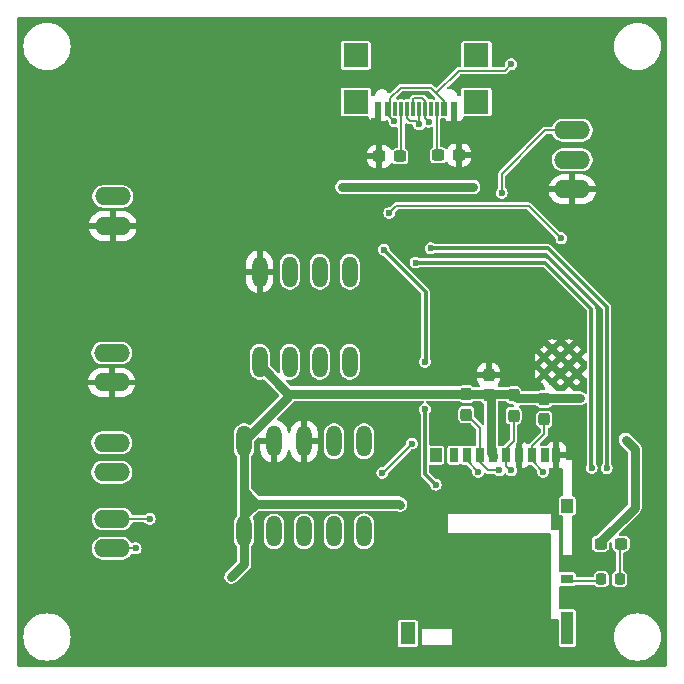
<source format=gbr>
%TF.GenerationSoftware,KiCad,Pcbnew,8.0.1*%
%TF.CreationDate,2024-07-17T12:18:51+09:00*%
%TF.ProjectId,Avi_73J_ParaBoard_v2,4176695f-3733-44a5-9f50-617261426f61,rev?*%
%TF.SameCoordinates,Original*%
%TF.FileFunction,Copper,L2,Bot*%
%TF.FilePolarity,Positive*%
%FSLAX46Y46*%
G04 Gerber Fmt 4.6, Leading zero omitted, Abs format (unit mm)*
G04 Created by KiCad (PCBNEW 8.0.1) date 2024-07-17 12:18:51*
%MOMM*%
%LPD*%
G01*
G04 APERTURE LIST*
G04 Aperture macros list*
%AMRoundRect*
0 Rectangle with rounded corners*
0 $1 Rounding radius*
0 $2 $3 $4 $5 $6 $7 $8 $9 X,Y pos of 4 corners*
0 Add a 4 corners polygon primitive as box body*
4,1,4,$2,$3,$4,$5,$6,$7,$8,$9,$2,$3,0*
0 Add four circle primitives for the rounded corners*
1,1,$1+$1,$2,$3*
1,1,$1+$1,$4,$5*
1,1,$1+$1,$6,$7*
1,1,$1+$1,$8,$9*
0 Add four rect primitives between the rounded corners*
20,1,$1+$1,$2,$3,$4,$5,0*
20,1,$1+$1,$4,$5,$6,$7,0*
20,1,$1+$1,$6,$7,$8,$9,0*
20,1,$1+$1,$8,$9,$2,$3,0*%
G04 Aperture macros list end*
%TA.AperFunction,ComponentPad*%
%ADD10O,1.308000X2.616000*%
%TD*%
%TA.AperFunction,ComponentPad*%
%ADD11O,3.048000X1.524000*%
%TD*%
%TA.AperFunction,HeatsinkPad*%
%ADD12C,0.600000*%
%TD*%
%TA.AperFunction,SMDPad,CuDef*%
%ADD13RoundRect,0.237500X0.237500X-0.300000X0.237500X0.300000X-0.237500X0.300000X-0.237500X-0.300000X0*%
%TD*%
%TA.AperFunction,SMDPad,CuDef*%
%ADD14R,2.159000X2.006600*%
%TD*%
%TA.AperFunction,SMDPad,CuDef*%
%ADD15R,0.609600X1.143000*%
%TD*%
%TA.AperFunction,SMDPad,CuDef*%
%ADD16R,0.304800X1.143000*%
%TD*%
%TA.AperFunction,SMDPad,CuDef*%
%ADD17RoundRect,0.237500X-0.237500X0.300000X-0.237500X-0.300000X0.237500X-0.300000X0.237500X0.300000X0*%
%TD*%
%TA.AperFunction,SMDPad,CuDef*%
%ADD18RoundRect,0.237500X0.300000X0.237500X-0.300000X0.237500X-0.300000X-0.237500X0.300000X-0.237500X0*%
%TD*%
%TA.AperFunction,SMDPad,CuDef*%
%ADD19R,0.700000X1.200000*%
%TD*%
%TA.AperFunction,SMDPad,CuDef*%
%ADD20R,1.000000X0.800000*%
%TD*%
%TA.AperFunction,SMDPad,CuDef*%
%ADD21R,1.000000X2.800000*%
%TD*%
%TA.AperFunction,SMDPad,CuDef*%
%ADD22R,1.000000X1.200000*%
%TD*%
%TA.AperFunction,SMDPad,CuDef*%
%ADD23R,1.300000X1.900000*%
%TD*%
%TA.AperFunction,SMDPad,CuDef*%
%ADD24RoundRect,0.237500X-0.300000X-0.237500X0.300000X-0.237500X0.300000X0.237500X-0.300000X0.237500X0*%
%TD*%
%TA.AperFunction,SMDPad,CuDef*%
%ADD25RoundRect,0.218750X0.218750X0.256250X-0.218750X0.256250X-0.218750X-0.256250X0.218750X-0.256250X0*%
%TD*%
%TA.AperFunction,ViaPad*%
%ADD26C,0.600000*%
%TD*%
%TA.AperFunction,Conductor*%
%ADD27C,0.200000*%
%TD*%
%TA.AperFunction,Conductor*%
%ADD28C,0.800000*%
%TD*%
%TA.AperFunction,Conductor*%
%ADD29C,0.300000*%
%TD*%
G04 APERTURE END LIST*
D10*
%TO.P,LPS25HB-1,1,VDD*%
%TO.N,3.3V*%
X143000000Y-101700000D03*
%TO.P,LPS25HB-1,2,SCL/SPC*%
%TO.N,SPC*%
X145540000Y-101700000D03*
%TO.P,LPS25HB-1,3,SDA/SDI*%
%TO.N,MOSI*%
X148080000Y-101700000D03*
%TO.P,LPS25HB-1,4,SDO*%
%TO.N,MISO*%
X150620000Y-101700000D03*
%TO.P,LPS25HB-1,5,CS*%
%TO.N,LPS_CS*%
X150620000Y-94080000D03*
%TO.P,LPS25HB-1,6,NC*%
%TO.N,unconnected-(LPS25HB-1-NC-Pad6)*%
X148080000Y-94080000D03*
%TO.P,LPS25HB-1,7,INT*%
%TO.N,unconnected-(LPS25HB-1-INT-Pad7)*%
X145540000Y-94080000D03*
%TO.P,LPS25HB-1,8,GND*%
%TO.N,GND*%
X143000000Y-94080000D03*
%TD*%
%TO.P,ICM-20602-1,1,VIO*%
%TO.N,3.3V*%
X141675000Y-116050000D03*
%TO.P,ICM-20602-1,2,SC*%
%TO.N,SPC*%
X144215000Y-116050000D03*
%TO.P,ICM-20602-1,3,SI*%
%TO.N,MOSI*%
X146755000Y-116050000D03*
%TO.P,ICM-20602-1,4,SO*%
%TO.N,MISO*%
X149295000Y-116050000D03*
%TO.P,ICM-20602-1,5,CS*%
%TO.N,ICM_CS*%
X151835000Y-116050000D03*
%TO.P,ICM-20602-1,6,REV*%
%TO.N,unconnected-(ICM-20602-1-REV-Pad6)*%
X151835000Y-108430000D03*
%TO.P,ICM-20602-1,7,INT*%
%TO.N,unconnected-(ICM-20602-1-INT-Pad7)*%
X149295000Y-108430000D03*
%TO.P,ICM-20602-1,8,FSY*%
%TO.N,GND*%
X146755000Y-108430000D03*
%TO.P,ICM-20602-1,9,GND*%
X144215000Y-108430000D03*
%TO.P,ICM-20602-1,10,VDD*%
%TO.N,3.3V*%
X141675000Y-108430000D03*
%TD*%
D11*
%TO.P,ILG-2P4,1,1*%
%TO.N,GND*%
X130475000Y-103450000D03*
%TO.P,ILG-2P4,2,2*%
%TO.N,VCC_ACTUATOR*%
X130475000Y-100950000D03*
%TD*%
%TO.P,ILG-2P3,1,1*%
%TO.N,GND*%
X130575000Y-90200000D03*
%TO.P,ILG-2P3,2,2*%
%TO.N,VCC_LOGIC*%
X130575000Y-87700000D03*
%TD*%
%TO.P,ILG-2P1,1,1*%
%TO.N,CAN_H*%
X130475000Y-111050000D03*
%TO.P,ILG-2P1,2,2*%
%TO.N,CAN_L*%
X130475000Y-108550000D03*
%TD*%
%TO.P,ILG-3P1,1,1*%
%TO.N,SERVO_PIN*%
X169475000Y-82100000D03*
%TO.P,ILG-3P1,2,2*%
%TO.N,5V*%
X169475000Y-84600000D03*
%TO.P,ILG-3P1,3,3*%
%TO.N,GND*%
X169475000Y-87100000D03*
%TD*%
D12*
%TO.P,U1,39,GND*%
%TO.N,GND*%
X169182500Y-100600000D03*
X167782500Y-100600000D03*
X169882500Y-101300000D03*
X168482500Y-101300000D03*
X167082500Y-101300000D03*
X169182500Y-101975000D03*
X167782500Y-101975000D03*
X169882500Y-102700000D03*
X168482500Y-102700000D03*
X167082500Y-102700000D03*
X169182500Y-103400000D03*
X167782500Y-103400000D03*
%TD*%
D11*
%TO.P,ILG-2P2,1,1*%
%TO.N,CAN_H*%
X130525000Y-117500000D03*
%TO.P,ILG-2P2,2,2*%
%TO.N,CAN_L*%
X130525000Y-115000000D03*
%TD*%
D13*
%TO.P,C2,1*%
%TO.N,3.3V*%
X162400000Y-104537500D03*
%TO.P,C2,2*%
%TO.N,GND*%
X162400000Y-102812500D03*
%TD*%
D14*
%TO.P,J2,15*%
%TO.N,N/C*%
X151140000Y-79687800D03*
%TO.P,J2,16*%
X161360000Y-79687800D03*
%TO.P,J2,17*%
X151140000Y-75757800D03*
%TO.P,J2,18*%
X161360000Y-75757800D03*
D15*
%TO.P,J2,A1-B12,GND*%
%TO.N,GND*%
X153049999Y-80262800D03*
%TO.P,J2,A4-B9,VBUS*%
%TO.N,VBUS*%
X153850000Y-80262800D03*
D16*
%TO.P,J2,A5,CC1*%
%TO.N,CC1*%
X155000000Y-80262800D03*
%TO.P,J2,A6,DP1*%
%TO.N,USBDP*%
X156000000Y-80262800D03*
%TO.P,J2,A7,DN1*%
%TO.N,USBDM*%
X156500000Y-80262800D03*
%TO.P,J2,A8,SBU1*%
%TO.N,unconnected-(J2-SBU1-PadA8)*%
X157500000Y-80262800D03*
D15*
%TO.P,J2,A9-B4,VBUS*%
%TO.N,VBUS*%
X158650000Y-80262800D03*
%TO.P,J2,A12-B1,GND*%
%TO.N,GND*%
X159449999Y-80262800D03*
D16*
%TO.P,J2,B5,CC2*%
%TO.N,CC2*%
X157999999Y-80262800D03*
%TO.P,J2,B6,DP2*%
%TO.N,USBDP*%
X157000001Y-80262800D03*
%TO.P,J2,B7,DN2*%
%TO.N,USBDM*%
X155499999Y-80262800D03*
%TO.P,J2,B8,SBU2*%
%TO.N,unconnected-(J2-SBU2-PadB8)*%
X154500001Y-80262800D03*
%TD*%
D17*
%TO.P,R5,1*%
%TO.N,3.3V*%
X164500000Y-104525000D03*
%TO.P,R5,2*%
%TO.N,SD_SPC*%
X164500000Y-106250000D03*
%TD*%
D18*
%TO.P,R12,1*%
%TO.N,GND*%
X159862500Y-84200000D03*
%TO.P,R12,2*%
%TO.N,CC2*%
X158137500Y-84200000D03*
%TD*%
D19*
%TO.P,J1,1,DAT2*%
%TO.N,unconnected-(J1-DAT2-Pad1)*%
X159450000Y-109600000D03*
%TO.P,J1,2,DAT3/CD*%
%TO.N,SD_CS*%
X160550000Y-109600000D03*
%TO.P,J1,3,CMD*%
%TO.N,SD_MOSI*%
X161650000Y-109600000D03*
%TO.P,J1,4,VDD*%
%TO.N,3.3V*%
X162750000Y-109600000D03*
%TO.P,J1,5,CLK*%
%TO.N,SD_SPC*%
X163850000Y-109600000D03*
%TO.P,J1,6,VSS*%
%TO.N,GND*%
X164950000Y-109600000D03*
%TO.P,J1,7,DAT0*%
%TO.N,SD_MISO*%
X166050000Y-109600000D03*
%TO.P,J1,8,DAT1*%
%TO.N,unconnected-(J1-DAT1-Pad8)*%
X167150000Y-109600000D03*
%TO.P,J1,9,DET_B*%
%TO.N,GND*%
X168100000Y-109600000D03*
D20*
%TO.P,J1,10,DET_A*%
%TO.N,Net-(D1-A)*%
X169050000Y-120100000D03*
D21*
%TO.P,J1,11,SHIELD*%
%TO.N,unconnected-(J1-SHIELD-Pad11)*%
X169050000Y-124250000D03*
D22*
%TO.N,unconnected-(J1-SHIELD-Pad11)_1*%
X169050000Y-113900000D03*
%TO.N,unconnected-(J1-SHIELD-Pad11)_0*%
X157900000Y-109600000D03*
D23*
%TO.N,unconnected-(J1-SHIELD-Pad11)_2*%
X155550000Y-124700000D03*
%TD*%
D17*
%TO.P,R3,1*%
%TO.N,3.3V*%
X160500000Y-104437500D03*
%TO.P,R3,2*%
%TO.N,SD_MOSI*%
X160500000Y-106162500D03*
%TD*%
%TO.P,R4,1*%
%TO.N,3.3V*%
X167100000Y-104837500D03*
%TO.P,R4,2*%
%TO.N,SD_MISO*%
X167100000Y-106562500D03*
%TD*%
D24*
%TO.P,R7,1*%
%TO.N,3.3V*%
X171862500Y-117100000D03*
%TO.P,R7,2*%
%TO.N,Net-(D1-K)*%
X173587500Y-117100000D03*
%TD*%
D25*
%TO.P,D1,1,K*%
%TO.N,Net-(D1-K)*%
X173500000Y-120100000D03*
%TO.P,D1,2,A*%
%TO.N,Net-(D1-A)*%
X171925000Y-120100000D03*
%TD*%
D18*
%TO.P,R11,1*%
%TO.N,CC1*%
X154862500Y-84300000D03*
%TO.P,R11,2*%
%TO.N,GND*%
X153137500Y-84300000D03*
%TD*%
D26*
%TO.N,EN*%
X168550000Y-91250000D03*
X153975000Y-89100000D03*
%TO.N,GND*%
X157100000Y-85000000D03*
X169600000Y-90100000D03*
X137200000Y-85500000D03*
X128175000Y-116250000D03*
X166000000Y-110900000D03*
X161940013Y-120717372D03*
X148000000Y-126900000D03*
X165700000Y-108100000D03*
X132500000Y-107300000D03*
X164600000Y-83400000D03*
X137600000Y-99000000D03*
X165400000Y-96800000D03*
X163100000Y-124200000D03*
X156600000Y-76500000D03*
X124500000Y-116600000D03*
X159800000Y-108300000D03*
X155900000Y-96300000D03*
X152300000Y-89300000D03*
X134500000Y-75700000D03*
X166800000Y-114200000D03*
X149600000Y-121200000D03*
X136800000Y-110300000D03*
X128400000Y-106300000D03*
X138200000Y-118100000D03*
X134200000Y-82400000D03*
X154100000Y-117000000D03*
X124900000Y-108400000D03*
X146800000Y-98150000D03*
X155900000Y-110500000D03*
X160200000Y-102800000D03*
X159200000Y-81800000D03*
X170000000Y-110900000D03*
X162900000Y-99200000D03*
X141000000Y-86700000D03*
X125000000Y-110100000D03*
X138100000Y-124100000D03*
X173200000Y-81200000D03*
X170600000Y-126000000D03*
X166600000Y-117200000D03*
X163700000Y-107700000D03*
X168700000Y-106100000D03*
X134700000Y-101700000D03*
X153000000Y-99900000D03*
X164900000Y-103100000D03*
X135200000Y-121800000D03*
X140800000Y-76600000D03*
X124700000Y-121300000D03*
X175200000Y-102000000D03*
X152300000Y-85900000D03*
X147600000Y-82100000D03*
X138100000Y-126600000D03*
X156200000Y-103200000D03*
X176600000Y-108100000D03*
X173500000Y-100100000D03*
X153400000Y-76500000D03*
X160400000Y-96500000D03*
X150700000Y-88000000D03*
X132800000Y-125200000D03*
X156600000Y-73400000D03*
X170200000Y-75100000D03*
X169800000Y-92900000D03*
X173600000Y-110900000D03*
X131200000Y-74400000D03*
X138900000Y-94600000D03*
X164900000Y-79300000D03*
X161200000Y-116700000D03*
X130600000Y-77900000D03*
X151800000Y-124100000D03*
X149100000Y-99900000D03*
X167300000Y-83600000D03*
X123200000Y-78200000D03*
X146300000Y-86800000D03*
X176600000Y-91300000D03*
X171500000Y-73200000D03*
X173500000Y-96600000D03*
X176700000Y-81800000D03*
X176300000Y-118600000D03*
X172400000Y-93100000D03*
X130100000Y-122700000D03*
X170100000Y-108000000D03*
X162400000Y-82700000D03*
X166000000Y-122400000D03*
X176700000Y-104900000D03*
X125300000Y-102200000D03*
X138900000Y-103000000D03*
X141600000Y-97900000D03*
X154700000Y-108200000D03*
X156200000Y-99900000D03*
X148700000Y-79200000D03*
X148500000Y-74600000D03*
X156500000Y-89400000D03*
X143100000Y-124050000D03*
X146700000Y-112250000D03*
X148200000Y-91600000D03*
X163800000Y-121900000D03*
X176700000Y-87600000D03*
X158300000Y-123400000D03*
X133600000Y-91000000D03*
X132500000Y-109800000D03*
X159000000Y-76500000D03*
X135700000Y-106700000D03*
X138700000Y-74300000D03*
X150900000Y-118500000D03*
X161400000Y-89400000D03*
X123500000Y-82200000D03*
X166500000Y-88000000D03*
X152700000Y-81300000D03*
X162300000Y-114100000D03*
X158800000Y-111000000D03*
X173300000Y-109200000D03*
X125700000Y-89300000D03*
X134200000Y-123800000D03*
X176600000Y-78300000D03*
X161500000Y-73400000D03*
X164100000Y-73500000D03*
X149800000Y-84000000D03*
X131900000Y-113200000D03*
X128300000Y-120000000D03*
X171300000Y-122100000D03*
X132300000Y-116200000D03*
X155300000Y-85900000D03*
X138500000Y-89600000D03*
X130300000Y-126100000D03*
X143200000Y-112700000D03*
X154200000Y-114600000D03*
X170700000Y-79500000D03*
X133900000Y-95600000D03*
X153400000Y-103300000D03*
X173600000Y-88600000D03*
X155500000Y-79100000D03*
X146300000Y-76600000D03*
X151500000Y-97600000D03*
X171000000Y-114000000D03*
X151000000Y-73400000D03*
X128500000Y-109900000D03*
X140400000Y-81900000D03*
X168100000Y-110900000D03*
X158400000Y-117400000D03*
X138500000Y-106700000D03*
X135900000Y-113800000D03*
X165300000Y-90700000D03*
X155900000Y-121300000D03*
X168900000Y-97600000D03*
X146300000Y-120700000D03*
X168300000Y-80600000D03*
X152000000Y-105400000D03*
X132100000Y-119800000D03*
X173500000Y-85100000D03*
X152300000Y-87900000D03*
X129000000Y-74400000D03*
%TO.N,5V*%
X150000000Y-86900000D03*
X161100000Y-86900000D03*
%TO.N,3.3V*%
X170100000Y-104787500D03*
X154900000Y-113800000D03*
X140600000Y-119900000D03*
X174000000Y-108300000D03*
%TO.N,VBUS*%
X164300000Y-76500000D03*
X154400000Y-81334302D03*
%TO.N,MISO*%
X153400000Y-111100000D03*
X155900000Y-108620000D03*
%TO.N,CAN_H*%
X132500000Y-117500000D03*
%TO.N,CAN_L*%
X133700000Y-115000000D03*
%TO.N,SERVO_PIN*%
X163500000Y-87400000D03*
%TO.N,USBDP*%
X157300000Y-81400000D03*
%TO.N,USBDM*%
X156500000Y-81600000D03*
%TO.N,SD_CS*%
X161500000Y-111000000D03*
%TO.N,IO0*%
X157000000Y-101700000D03*
X157000000Y-105700000D03*
X157900000Y-112100000D03*
X153500000Y-92200000D03*
%TO.N,RXD_FT232*%
X172392500Y-110707500D03*
X157500000Y-92100000D03*
%TO.N,SD_MOSI*%
X163300000Y-110900000D03*
%TO.N,RXD0_ESP*%
X171122500Y-110677500D03*
X156200000Y-93300000D03*
%TO.N,SD_MISO*%
X167000000Y-111000000D03*
%TO.N,SD_SPC*%
X164300000Y-110900000D03*
%TD*%
D27*
%TO.N,EN*%
X154575000Y-88500000D02*
X165800000Y-88500000D01*
X165800000Y-88500000D02*
X168550000Y-91250000D01*
X153975000Y-89100000D02*
X154575000Y-88500000D01*
%TO.N,GND*%
X159449999Y-81550001D02*
X159200000Y-81800000D01*
X164955000Y-108845000D02*
X165700000Y-108100000D01*
X153049999Y-80950001D02*
X152700000Y-81300000D01*
X164955000Y-109760000D02*
X164955000Y-108845000D01*
X159449999Y-80262800D02*
X159449999Y-81550001D01*
X153049999Y-80262800D02*
X153049999Y-80950001D01*
D28*
%TO.N,5V*%
X150000000Y-86900000D02*
X161100000Y-86900000D01*
%TO.N,3.3V*%
X174750000Y-109050000D02*
X174750000Y-114040990D01*
X143090000Y-102060000D02*
X143090000Y-101810000D01*
X174750000Y-114040990D02*
X171812500Y-116978490D01*
X162600000Y-109450000D02*
X162755000Y-109605000D01*
X142675000Y-113700000D02*
X141675000Y-114700000D01*
X141675000Y-108430000D02*
X141675000Y-112300000D01*
X142075000Y-113700000D02*
X142700000Y-113700000D01*
X154800000Y-113700000D02*
X154900000Y-113800000D01*
X162400000Y-104450000D02*
X162400000Y-104537500D01*
X162755000Y-109605000D02*
X162755000Y-109760000D01*
X170100000Y-104787500D02*
X164812500Y-104787500D01*
X145417500Y-104687500D02*
X141675000Y-108430000D01*
X145417500Y-104387500D02*
X145417500Y-104687500D01*
X164812500Y-104787500D02*
X164425000Y-104400000D01*
X141675000Y-114700000D02*
X141675000Y-116050000D01*
X142700000Y-113700000D02*
X154800000Y-113700000D01*
X141675000Y-113300000D02*
X141675000Y-114700000D01*
X171812500Y-116978490D02*
X171812500Y-117075000D01*
X142700000Y-113700000D02*
X142675000Y-113700000D01*
X141675000Y-116050000D02*
X141675000Y-118825000D01*
X141675000Y-118825000D02*
X140600000Y-119900000D01*
X141675000Y-112300000D02*
X141675000Y-113300000D01*
X162400000Y-104450000D02*
X160562500Y-104450000D01*
X174000000Y-108300000D02*
X174750000Y-109050000D01*
X164425000Y-104400000D02*
X162450000Y-104400000D01*
X162400000Y-104537500D02*
X162600000Y-104737500D01*
X160562500Y-104450000D02*
X160500000Y-104387500D01*
X141675000Y-112300000D02*
X141675000Y-112675000D01*
X145417500Y-104387500D02*
X143090000Y-102060000D01*
X141675000Y-112675000D02*
X142700000Y-113700000D01*
X160500000Y-104387500D02*
X145417500Y-104387500D01*
X141675000Y-113300000D02*
X142075000Y-113700000D01*
X162600000Y-104737500D02*
X162600000Y-109450000D01*
X162450000Y-104400000D02*
X162400000Y-104450000D01*
D27*
%TO.N,Net-(D1-A)*%
X171765000Y-120260000D02*
X171925000Y-120100000D01*
X169055000Y-120260000D02*
X171765000Y-120260000D01*
%TO.N,VBUS*%
X154047601Y-79391300D02*
X154938901Y-78500000D01*
X159848755Y-77061100D02*
X157950054Y-78959801D01*
X153850000Y-80784302D02*
X153850000Y-80262800D01*
X157490253Y-78500000D02*
X157950054Y-78959801D01*
X163738900Y-77061100D02*
X159848755Y-77061100D01*
X164300000Y-76500000D02*
X163738900Y-77061100D01*
X158650000Y-79659747D02*
X158650000Y-80262800D01*
X153850000Y-80262800D02*
X154047601Y-80065199D01*
X157950054Y-78959801D02*
X158650000Y-79659747D01*
X154938901Y-78500000D02*
X157490253Y-78500000D01*
X154047601Y-80065199D02*
X154047601Y-79391300D01*
X154400000Y-81334302D02*
X153850000Y-80784302D01*
%TO.N,MISO*%
X153400000Y-111100000D02*
X153420000Y-111100000D01*
X153420000Y-111100000D02*
X155900000Y-108620000D01*
%TO.N,CAN_H*%
X132500000Y-117500000D02*
X130525000Y-117500000D01*
%TO.N,CAN_L*%
X133700000Y-115000000D02*
X130525000Y-115000000D01*
%TO.N,SERVO_PIN*%
X163500000Y-87400000D02*
X163500000Y-85800000D01*
X167200000Y-82100000D02*
X169475000Y-82100000D01*
X163500000Y-85800000D02*
X167200000Y-82100000D01*
%TO.N,USBDP*%
X157300000Y-81386700D02*
X157000001Y-81086701D01*
X157000001Y-79600001D02*
X157000001Y-80262800D01*
X157000001Y-81086701D02*
X157000001Y-80262800D01*
X156791300Y-79391300D02*
X157000001Y-79600001D01*
X157300000Y-81400000D02*
X157300000Y-81386700D01*
X156000000Y-80262800D02*
X156000000Y-79438900D01*
X156000000Y-79438900D02*
X156047600Y-79391300D01*
X156047600Y-79391300D02*
X156791300Y-79391300D01*
%TO.N,CC2*%
X157999999Y-80262800D02*
X157999999Y-84112499D01*
X157999999Y-84112499D02*
X158087500Y-84200000D01*
%TO.N,USBDM*%
X155499999Y-80262800D02*
X155499999Y-81086699D01*
X156500000Y-80262800D02*
X156500000Y-81600000D01*
X155713300Y-81300000D02*
X156200000Y-81300000D01*
X156200000Y-81300000D02*
X156500000Y-81600000D01*
X155499999Y-81086699D02*
X155713300Y-81300000D01*
%TO.N,CC1*%
X155000000Y-80262800D02*
X155000000Y-84212500D01*
X155000000Y-84212500D02*
X154912500Y-84300000D01*
%TO.N,SD_CS*%
X160555000Y-110055000D02*
X161500000Y-111000000D01*
X160555000Y-109760000D02*
X160555000Y-110055000D01*
D29*
%TO.N,IO0*%
X157055000Y-101645000D02*
X157000000Y-101700000D01*
X157000000Y-111200000D02*
X157900000Y-112100000D01*
X157055000Y-95755000D02*
X157055000Y-101645000D01*
X157000000Y-105700000D02*
X157000000Y-111200000D01*
X157055000Y-95755000D02*
X153500000Y-92200000D01*
%TO.N,RXD_FT232*%
X172400000Y-97050000D02*
X167450000Y-92100000D01*
X172400000Y-110700000D02*
X172400000Y-97050000D01*
X172392500Y-110707500D02*
X172400000Y-110700000D01*
X167450000Y-92100000D02*
X157500000Y-92100000D01*
D27*
%TO.N,SD_MOSI*%
X162345000Y-110900000D02*
X163300000Y-110900000D01*
X160500000Y-106125000D02*
X161655000Y-107280000D01*
X161655000Y-107280000D02*
X161655000Y-110210000D01*
X161655000Y-110210000D02*
X162345000Y-110900000D01*
D29*
%TO.N,RXD0_ESP*%
X171100000Y-110655000D02*
X171122500Y-110677500D01*
X156200000Y-93300000D02*
X167160660Y-93300000D01*
X167160660Y-93300000D02*
X171100000Y-97239340D01*
X171100000Y-97239340D02*
X171100000Y-110655000D01*
D27*
%TO.N,SD_MISO*%
X167087500Y-106600000D02*
X167100000Y-106587500D01*
X166055000Y-110055000D02*
X167000000Y-111000000D01*
X166055000Y-109760000D02*
X166055000Y-110055000D01*
X166055000Y-108857500D02*
X166055000Y-109760000D01*
X167100000Y-107812500D02*
X166211250Y-108701250D01*
X166211250Y-108701250D02*
X166256250Y-108656250D01*
X166256250Y-108656250D02*
X166055000Y-108857500D01*
X167100000Y-106587500D02*
X167100000Y-107812500D01*
%TO.N,SD_SPC*%
X164500000Y-106300000D02*
X164500000Y-108400000D01*
X164195000Y-110900000D02*
X164300000Y-110900000D01*
X164500000Y-108400000D02*
X163855000Y-109045000D01*
X163855000Y-110560000D02*
X164195000Y-110900000D01*
X163855000Y-109045000D02*
X163855000Y-110560000D01*
%TO.N,Net-(D1-K)*%
X173500000Y-117212500D02*
X173500000Y-120100000D01*
X173637500Y-117075000D02*
X173500000Y-117212500D01*
%TD*%
%TA.AperFunction,Conductor*%
%TO.N,GND*%
G36*
X163852095Y-105020185D02*
G01*
X163884826Y-105050866D01*
X163889693Y-105057461D01*
X163942969Y-105129648D01*
X163949290Y-105138212D01*
X164055523Y-105216615D01*
X164055524Y-105216615D01*
X164055525Y-105216616D01*
X164180151Y-105260225D01*
X164180150Y-105260225D01*
X164209740Y-105263000D01*
X164209744Y-105263000D01*
X164401863Y-105263000D01*
X164463864Y-105279614D01*
X164465596Y-105280614D01*
X164513811Y-105331181D01*
X164527033Y-105399789D01*
X164501065Y-105464653D01*
X164444150Y-105505181D01*
X164403595Y-105512000D01*
X164209740Y-105512000D01*
X164180150Y-105514774D01*
X164055523Y-105558384D01*
X163949289Y-105636788D01*
X163949288Y-105636789D01*
X163870884Y-105743023D01*
X163827274Y-105867650D01*
X163824500Y-105897239D01*
X163824500Y-106602760D01*
X163827274Y-106632349D01*
X163870884Y-106756976D01*
X163949288Y-106863210D01*
X163949289Y-106863211D01*
X164048660Y-106936550D01*
X164055525Y-106941616D01*
X164116457Y-106962937D01*
X164173230Y-107003657D01*
X164198978Y-107068609D01*
X164199500Y-107079977D01*
X164199500Y-108224167D01*
X164179815Y-108291206D01*
X164163181Y-108311848D01*
X163711848Y-108763181D01*
X163650525Y-108796666D01*
X163624167Y-108799500D01*
X163480247Y-108799500D01*
X163421770Y-108811131D01*
X163421770Y-108811132D01*
X163393390Y-108830095D01*
X163326713Y-108850972D01*
X163259333Y-108832487D01*
X163212643Y-108780508D01*
X163200500Y-108726992D01*
X163200500Y-105124500D01*
X163220185Y-105057461D01*
X163272989Y-105011706D01*
X163324500Y-105000500D01*
X163785056Y-105000500D01*
X163852095Y-105020185D01*
G37*
%TD.AperFunction*%
%TA.AperFunction,Conductor*%
G36*
X157381459Y-78820185D02*
G01*
X157402101Y-78836819D01*
X157854176Y-79288894D01*
X157887661Y-79350217D01*
X157882677Y-79419909D01*
X157840805Y-79475842D01*
X157790684Y-79498193D01*
X157774188Y-79501474D01*
X157725808Y-79501473D01*
X157672151Y-79490800D01*
X157672148Y-79490800D01*
X157355533Y-79490800D01*
X157288494Y-79471115D01*
X157248147Y-79428802D01*
X157243012Y-79419909D01*
X157240461Y-79415490D01*
X156975811Y-79150840D01*
X156975810Y-79150839D01*
X156975807Y-79150837D01*
X156954264Y-79138399D01*
X156954262Y-79138399D01*
X156928000Y-79123236D01*
X156907290Y-79111279D01*
X156874496Y-79102492D01*
X156830862Y-79090800D01*
X156087162Y-79090800D01*
X156008038Y-79090800D01*
X155931610Y-79111278D01*
X155863089Y-79150840D01*
X155863086Y-79150842D01*
X155759541Y-79254387D01*
X155759535Y-79254395D01*
X155719982Y-79322904D01*
X155719977Y-79322915D01*
X155699618Y-79398895D01*
X155663253Y-79458555D01*
X155600406Y-79489083D01*
X155579844Y-79490800D01*
X155327846Y-79490800D01*
X155274190Y-79501473D01*
X155225808Y-79501473D01*
X155172151Y-79490800D01*
X155172148Y-79490800D01*
X154827852Y-79490800D01*
X154827847Y-79490800D01*
X154774191Y-79501473D01*
X154725809Y-79501473D01*
X154672153Y-79490800D01*
X154666089Y-79490203D01*
X154666210Y-79488972D01*
X154605395Y-79471115D01*
X154559640Y-79418311D01*
X154549696Y-79349153D01*
X154578721Y-79285597D01*
X154584753Y-79279119D01*
X155027053Y-78836819D01*
X155088376Y-78803334D01*
X155114734Y-78800500D01*
X157314420Y-78800500D01*
X157381459Y-78820185D01*
G37*
%TD.AperFunction*%
%TA.AperFunction,Conductor*%
G36*
X177442539Y-72520185D02*
G01*
X177488294Y-72572989D01*
X177499500Y-72624500D01*
X177499500Y-127375500D01*
X177479815Y-127442539D01*
X177427011Y-127488294D01*
X177375500Y-127499500D01*
X122624500Y-127499500D01*
X122557461Y-127479815D01*
X122511706Y-127427011D01*
X122500500Y-127375500D01*
X122500500Y-125000001D01*
X122994390Y-125000001D01*
X123014804Y-125285433D01*
X123075628Y-125565037D01*
X123075630Y-125565043D01*
X123075631Y-125565046D01*
X123136496Y-125728230D01*
X123175635Y-125833166D01*
X123312770Y-126084309D01*
X123312775Y-126084317D01*
X123484254Y-126313387D01*
X123484270Y-126313405D01*
X123686594Y-126515729D01*
X123686612Y-126515745D01*
X123915682Y-126687224D01*
X123915690Y-126687229D01*
X124166833Y-126824364D01*
X124166832Y-126824364D01*
X124166836Y-126824365D01*
X124166839Y-126824367D01*
X124434954Y-126924369D01*
X124434960Y-126924370D01*
X124434962Y-126924371D01*
X124714566Y-126985195D01*
X124714568Y-126985195D01*
X124714572Y-126985196D01*
X124968220Y-127003337D01*
X124999999Y-127005610D01*
X125000000Y-127005610D01*
X125000001Y-127005610D01*
X125028595Y-127003564D01*
X125285428Y-126985196D01*
X125565046Y-126924369D01*
X125833161Y-126824367D01*
X126084315Y-126687226D01*
X126313395Y-126515739D01*
X126515739Y-126313395D01*
X126687226Y-126084315D01*
X126824367Y-125833161D01*
X126885316Y-125669752D01*
X154699500Y-125669752D01*
X154711131Y-125728229D01*
X154711132Y-125728230D01*
X154755447Y-125794552D01*
X154821769Y-125838867D01*
X154821770Y-125838868D01*
X154880247Y-125850499D01*
X154880250Y-125850500D01*
X154880252Y-125850500D01*
X156219750Y-125850500D01*
X156219751Y-125850499D01*
X156234568Y-125847552D01*
X156278229Y-125838868D01*
X156278229Y-125838867D01*
X156278231Y-125838867D01*
X156344552Y-125794552D01*
X156388867Y-125728231D01*
X156388867Y-125728229D01*
X156388868Y-125728229D01*
X156400499Y-125669752D01*
X156400500Y-125669750D01*
X156400500Y-124300000D01*
X156750000Y-124300000D01*
X156750000Y-125650000D01*
X159300000Y-125650000D01*
X159300000Y-124300000D01*
X156750000Y-124300000D01*
X156400500Y-124300000D01*
X156400500Y-123730249D01*
X156400499Y-123730247D01*
X156388868Y-123671770D01*
X156388867Y-123671769D01*
X156344552Y-123605447D01*
X156278230Y-123561132D01*
X156278229Y-123561131D01*
X156219752Y-123549500D01*
X156219748Y-123549500D01*
X154880252Y-123549500D01*
X154880247Y-123549500D01*
X154821770Y-123561131D01*
X154821769Y-123561132D01*
X154755447Y-123605447D01*
X154711132Y-123671769D01*
X154711131Y-123671770D01*
X154699500Y-123730247D01*
X154699500Y-125669752D01*
X126885316Y-125669752D01*
X126924369Y-125565046D01*
X126985196Y-125285428D01*
X127005610Y-125000000D01*
X126985196Y-124714572D01*
X126924369Y-124434954D01*
X126824367Y-124166839D01*
X126744025Y-124019705D01*
X126687229Y-123915690D01*
X126687224Y-123915682D01*
X126515745Y-123686612D01*
X126515729Y-123686594D01*
X126313405Y-123484270D01*
X126313387Y-123484254D01*
X126084317Y-123312775D01*
X126084309Y-123312770D01*
X125833166Y-123175635D01*
X125833167Y-123175635D01*
X125725915Y-123135632D01*
X125565046Y-123075631D01*
X125565043Y-123075630D01*
X125565037Y-123075628D01*
X125285433Y-123014804D01*
X125000001Y-122994390D01*
X124999999Y-122994390D01*
X124714566Y-123014804D01*
X124434962Y-123075628D01*
X124166833Y-123175635D01*
X123915690Y-123312770D01*
X123915682Y-123312775D01*
X123686612Y-123484254D01*
X123686594Y-123484270D01*
X123484270Y-123686594D01*
X123484254Y-123686612D01*
X123312775Y-123915682D01*
X123312770Y-123915690D01*
X123175635Y-124166833D01*
X123075628Y-124434962D01*
X123014804Y-124714566D01*
X122994390Y-124999998D01*
X122994390Y-125000001D01*
X122500500Y-125000001D01*
X122500500Y-119979054D01*
X139999498Y-119979054D01*
X139999499Y-119979057D01*
X140040423Y-120131785D01*
X140119481Y-120268716D01*
X140231284Y-120380519D01*
X140368215Y-120459577D01*
X140520943Y-120500501D01*
X140520946Y-120500501D01*
X140679054Y-120500501D01*
X140679057Y-120500501D01*
X140831785Y-120459577D01*
X140968716Y-120380519D01*
X142155520Y-119193716D01*
X142234577Y-119056784D01*
X142275501Y-118904057D01*
X142275501Y-118745942D01*
X142275501Y-118738347D01*
X142275500Y-118738329D01*
X142275500Y-117363308D01*
X142295185Y-117296269D01*
X142311815Y-117275630D01*
X142338734Y-117248712D01*
X142432248Y-117108758D01*
X142496662Y-116953249D01*
X142529500Y-116788161D01*
X142529500Y-115311839D01*
X142496662Y-115146751D01*
X142432248Y-114991242D01*
X142432247Y-114991241D01*
X142432243Y-114991233D01*
X142408975Y-114956411D01*
X142388096Y-114889734D01*
X142406580Y-114822353D01*
X142424386Y-114799847D01*
X142887418Y-114336816D01*
X142948740Y-114303334D01*
X142975098Y-114300500D01*
X144083434Y-114300500D01*
X144150473Y-114320185D01*
X144196228Y-114372989D01*
X144206172Y-114442147D01*
X144177147Y-114505703D01*
X144118369Y-114543477D01*
X144107625Y-114546117D01*
X143965758Y-114574336D01*
X143965750Y-114574338D01*
X143810244Y-114638750D01*
X143810235Y-114638755D01*
X143670288Y-114732265D01*
X143670284Y-114732268D01*
X143551268Y-114851284D01*
X143551265Y-114851288D01*
X143457755Y-114991235D01*
X143457750Y-114991244D01*
X143393338Y-115146750D01*
X143393336Y-115146758D01*
X143360500Y-115311834D01*
X143360500Y-116788165D01*
X143393336Y-116953241D01*
X143393338Y-116953249D01*
X143457750Y-117108755D01*
X143457755Y-117108764D01*
X143551265Y-117248711D01*
X143551268Y-117248715D01*
X143670284Y-117367731D01*
X143670288Y-117367734D01*
X143810235Y-117461244D01*
X143810241Y-117461247D01*
X143810242Y-117461248D01*
X143965751Y-117525662D01*
X144130834Y-117558499D01*
X144130838Y-117558500D01*
X144130839Y-117558500D01*
X144299162Y-117558500D01*
X144299163Y-117558499D01*
X144464249Y-117525662D01*
X144619758Y-117461248D01*
X144759712Y-117367734D01*
X144878734Y-117248712D01*
X144972248Y-117108758D01*
X145036662Y-116953249D01*
X145069500Y-116788161D01*
X145069500Y-115311839D01*
X145036662Y-115146751D01*
X144972248Y-114991242D01*
X144972247Y-114991241D01*
X144972244Y-114991235D01*
X144878734Y-114851288D01*
X144878731Y-114851284D01*
X144759715Y-114732268D01*
X144759711Y-114732265D01*
X144619764Y-114638755D01*
X144619755Y-114638750D01*
X144464249Y-114574338D01*
X144464241Y-114574336D01*
X144322375Y-114546117D01*
X144260464Y-114513732D01*
X144225890Y-114453017D01*
X144229629Y-114383247D01*
X144270496Y-114326575D01*
X144335514Y-114300994D01*
X144346566Y-114300500D01*
X146623434Y-114300500D01*
X146690473Y-114320185D01*
X146736228Y-114372989D01*
X146746172Y-114442147D01*
X146717147Y-114505703D01*
X146658369Y-114543477D01*
X146647625Y-114546117D01*
X146505758Y-114574336D01*
X146505750Y-114574338D01*
X146350244Y-114638750D01*
X146350235Y-114638755D01*
X146210288Y-114732265D01*
X146210284Y-114732268D01*
X146091268Y-114851284D01*
X146091265Y-114851288D01*
X145997755Y-114991235D01*
X145997750Y-114991244D01*
X145933338Y-115146750D01*
X145933336Y-115146758D01*
X145900500Y-115311834D01*
X145900500Y-116788165D01*
X145933336Y-116953241D01*
X145933338Y-116953249D01*
X145997750Y-117108755D01*
X145997755Y-117108764D01*
X146091265Y-117248711D01*
X146091268Y-117248715D01*
X146210284Y-117367731D01*
X146210288Y-117367734D01*
X146350235Y-117461244D01*
X146350241Y-117461247D01*
X146350242Y-117461248D01*
X146505751Y-117525662D01*
X146670834Y-117558499D01*
X146670838Y-117558500D01*
X146670839Y-117558500D01*
X146839162Y-117558500D01*
X146839163Y-117558499D01*
X147004249Y-117525662D01*
X147159758Y-117461248D01*
X147299712Y-117367734D01*
X147418734Y-117248712D01*
X147512248Y-117108758D01*
X147576662Y-116953249D01*
X147609500Y-116788161D01*
X147609500Y-115311839D01*
X147576662Y-115146751D01*
X147512248Y-114991242D01*
X147512247Y-114991241D01*
X147512244Y-114991235D01*
X147418734Y-114851288D01*
X147418731Y-114851284D01*
X147299715Y-114732268D01*
X147299711Y-114732265D01*
X147159764Y-114638755D01*
X147159755Y-114638750D01*
X147004249Y-114574338D01*
X147004241Y-114574336D01*
X146862375Y-114546117D01*
X146800464Y-114513732D01*
X146765890Y-114453017D01*
X146769629Y-114383247D01*
X146810496Y-114326575D01*
X146875514Y-114300994D01*
X146886566Y-114300500D01*
X149163434Y-114300500D01*
X149230473Y-114320185D01*
X149276228Y-114372989D01*
X149286172Y-114442147D01*
X149257147Y-114505703D01*
X149198369Y-114543477D01*
X149187625Y-114546117D01*
X149045758Y-114574336D01*
X149045750Y-114574338D01*
X148890244Y-114638750D01*
X148890235Y-114638755D01*
X148750288Y-114732265D01*
X148750284Y-114732268D01*
X148631268Y-114851284D01*
X148631265Y-114851288D01*
X148537755Y-114991235D01*
X148537750Y-114991244D01*
X148473338Y-115146750D01*
X148473336Y-115146758D01*
X148440500Y-115311834D01*
X148440500Y-116788165D01*
X148473336Y-116953241D01*
X148473338Y-116953249D01*
X148537750Y-117108755D01*
X148537755Y-117108764D01*
X148631265Y-117248711D01*
X148631268Y-117248715D01*
X148750284Y-117367731D01*
X148750288Y-117367734D01*
X148890235Y-117461244D01*
X148890241Y-117461247D01*
X148890242Y-117461248D01*
X149045751Y-117525662D01*
X149210834Y-117558499D01*
X149210838Y-117558500D01*
X149210839Y-117558500D01*
X149379162Y-117558500D01*
X149379163Y-117558499D01*
X149544249Y-117525662D01*
X149699758Y-117461248D01*
X149839712Y-117367734D01*
X149958734Y-117248712D01*
X150052248Y-117108758D01*
X150116662Y-116953249D01*
X150149500Y-116788161D01*
X150149500Y-115311839D01*
X150116662Y-115146751D01*
X150052248Y-114991242D01*
X150052247Y-114991241D01*
X150052244Y-114991235D01*
X149958734Y-114851288D01*
X149958731Y-114851284D01*
X149839715Y-114732268D01*
X149839711Y-114732265D01*
X149699764Y-114638755D01*
X149699755Y-114638750D01*
X149544249Y-114574338D01*
X149544241Y-114574336D01*
X149402375Y-114546117D01*
X149340464Y-114513732D01*
X149305890Y-114453017D01*
X149309629Y-114383247D01*
X149350496Y-114326575D01*
X149415514Y-114300994D01*
X149426566Y-114300500D01*
X151703434Y-114300500D01*
X151770473Y-114320185D01*
X151816228Y-114372989D01*
X151826172Y-114442147D01*
X151797147Y-114505703D01*
X151738369Y-114543477D01*
X151727625Y-114546117D01*
X151585758Y-114574336D01*
X151585750Y-114574338D01*
X151430244Y-114638750D01*
X151430235Y-114638755D01*
X151290288Y-114732265D01*
X151290284Y-114732268D01*
X151171268Y-114851284D01*
X151171265Y-114851288D01*
X151077755Y-114991235D01*
X151077750Y-114991244D01*
X151013338Y-115146750D01*
X151013336Y-115146758D01*
X150980500Y-115311834D01*
X150980500Y-116788165D01*
X151013336Y-116953241D01*
X151013338Y-116953249D01*
X151077750Y-117108755D01*
X151077755Y-117108764D01*
X151171265Y-117248711D01*
X151171268Y-117248715D01*
X151290284Y-117367731D01*
X151290288Y-117367734D01*
X151430235Y-117461244D01*
X151430241Y-117461247D01*
X151430242Y-117461248D01*
X151585751Y-117525662D01*
X151750834Y-117558499D01*
X151750838Y-117558500D01*
X151750839Y-117558500D01*
X151919162Y-117558500D01*
X151919163Y-117558499D01*
X152084249Y-117525662D01*
X152239758Y-117461248D01*
X152379712Y-117367734D01*
X152498734Y-117248712D01*
X152592248Y-117108758D01*
X152656662Y-116953249D01*
X152689500Y-116788161D01*
X152689500Y-115311839D01*
X152656662Y-115146751D01*
X152592248Y-114991242D01*
X152592247Y-114991241D01*
X152592244Y-114991235D01*
X152498734Y-114851288D01*
X152498731Y-114851284D01*
X152379715Y-114732268D01*
X152379711Y-114732265D01*
X152239764Y-114638755D01*
X152239755Y-114638750D01*
X152146203Y-114600000D01*
X158950000Y-114600000D01*
X158950000Y-116200000D01*
X167526000Y-116200000D01*
X167593039Y-116219685D01*
X167638794Y-116272489D01*
X167650000Y-116324000D01*
X167650000Y-123500000D01*
X168225500Y-123500000D01*
X168292539Y-123519685D01*
X168338294Y-123572489D01*
X168349500Y-123624000D01*
X168349500Y-125669752D01*
X168361131Y-125728229D01*
X168361132Y-125728230D01*
X168405447Y-125794552D01*
X168471769Y-125838867D01*
X168471770Y-125838868D01*
X168530247Y-125850499D01*
X168530250Y-125850500D01*
X168530252Y-125850500D01*
X169569750Y-125850500D01*
X169569751Y-125850499D01*
X169584568Y-125847552D01*
X169628229Y-125838868D01*
X169628229Y-125838867D01*
X169628231Y-125838867D01*
X169694552Y-125794552D01*
X169738867Y-125728231D01*
X169738867Y-125728229D01*
X169738868Y-125728229D01*
X169750499Y-125669752D01*
X169750500Y-125669750D01*
X169750500Y-125000001D01*
X172994390Y-125000001D01*
X173014804Y-125285433D01*
X173075628Y-125565037D01*
X173075630Y-125565043D01*
X173075631Y-125565046D01*
X173136496Y-125728230D01*
X173175635Y-125833166D01*
X173312770Y-126084309D01*
X173312775Y-126084317D01*
X173484254Y-126313387D01*
X173484270Y-126313405D01*
X173686594Y-126515729D01*
X173686612Y-126515745D01*
X173915682Y-126687224D01*
X173915690Y-126687229D01*
X174166833Y-126824364D01*
X174166832Y-126824364D01*
X174166836Y-126824365D01*
X174166839Y-126824367D01*
X174434954Y-126924369D01*
X174434960Y-126924370D01*
X174434962Y-126924371D01*
X174714566Y-126985195D01*
X174714568Y-126985195D01*
X174714572Y-126985196D01*
X174968220Y-127003337D01*
X174999999Y-127005610D01*
X175000000Y-127005610D01*
X175000001Y-127005610D01*
X175028595Y-127003564D01*
X175285428Y-126985196D01*
X175565046Y-126924369D01*
X175833161Y-126824367D01*
X176084315Y-126687226D01*
X176313395Y-126515739D01*
X176515739Y-126313395D01*
X176687226Y-126084315D01*
X176824367Y-125833161D01*
X176924369Y-125565046D01*
X176985196Y-125285428D01*
X177005610Y-125000000D01*
X176985196Y-124714572D01*
X176924369Y-124434954D01*
X176824367Y-124166839D01*
X176744025Y-124019705D01*
X176687229Y-123915690D01*
X176687224Y-123915682D01*
X176515745Y-123686612D01*
X176515729Y-123686594D01*
X176313405Y-123484270D01*
X176313387Y-123484254D01*
X176084317Y-123312775D01*
X176084309Y-123312770D01*
X175833166Y-123175635D01*
X175833167Y-123175635D01*
X175725915Y-123135632D01*
X175565046Y-123075631D01*
X175565043Y-123075630D01*
X175565037Y-123075628D01*
X175285433Y-123014804D01*
X175000001Y-122994390D01*
X174999999Y-122994390D01*
X174714566Y-123014804D01*
X174434962Y-123075628D01*
X174166833Y-123175635D01*
X173915690Y-123312770D01*
X173915682Y-123312775D01*
X173686612Y-123484254D01*
X173686594Y-123484270D01*
X173484270Y-123686594D01*
X173484254Y-123686612D01*
X173312775Y-123915682D01*
X173312770Y-123915690D01*
X173175635Y-124166833D01*
X173075628Y-124434962D01*
X173014804Y-124714566D01*
X172994390Y-124999998D01*
X172994390Y-125000001D01*
X169750500Y-125000001D01*
X169750500Y-122830249D01*
X169750499Y-122830247D01*
X169738868Y-122771770D01*
X169738867Y-122771769D01*
X169694552Y-122705447D01*
X169628230Y-122661132D01*
X169628229Y-122661131D01*
X169569752Y-122649500D01*
X169569748Y-122649500D01*
X168530252Y-122649500D01*
X168530251Y-122649500D01*
X168498189Y-122655877D01*
X168428598Y-122649648D01*
X168373421Y-122606784D01*
X168350178Y-122540894D01*
X168350000Y-122534259D01*
X168350000Y-120815740D01*
X168369685Y-120748701D01*
X168422489Y-120702946D01*
X168491647Y-120693002D01*
X168498192Y-120694123D01*
X168530250Y-120700500D01*
X168530252Y-120700500D01*
X169569750Y-120700500D01*
X169569751Y-120700499D01*
X169584568Y-120697552D01*
X169628229Y-120688868D01*
X169628229Y-120688867D01*
X169628231Y-120688867D01*
X169694552Y-120644552D01*
X169713892Y-120615607D01*
X169767505Y-120570804D01*
X169816994Y-120560500D01*
X171266784Y-120560500D01*
X171333823Y-120580185D01*
X171354796Y-120599995D01*
X171355941Y-120598851D01*
X171456743Y-120699653D01*
X171456745Y-120699654D01*
X171456749Y-120699658D01*
X171575080Y-120759951D01*
X171575081Y-120759951D01*
X171575083Y-120759952D01*
X171575082Y-120759952D01*
X171673249Y-120775500D01*
X171673254Y-120775500D01*
X172176751Y-120775500D01*
X172274917Y-120759952D01*
X172274918Y-120759951D01*
X172274920Y-120759951D01*
X172393251Y-120699658D01*
X172487158Y-120605751D01*
X172547451Y-120487420D01*
X172547451Y-120487418D01*
X172547452Y-120487417D01*
X172563000Y-120389251D01*
X172563000Y-119810748D01*
X172547452Y-119712582D01*
X172529698Y-119677738D01*
X172487158Y-119594249D01*
X172487154Y-119594245D01*
X172487153Y-119594243D01*
X172393256Y-119500346D01*
X172393253Y-119500344D01*
X172393251Y-119500342D01*
X172274920Y-119440049D01*
X172274919Y-119440048D01*
X172274916Y-119440047D01*
X172274917Y-119440047D01*
X172176751Y-119424500D01*
X172176746Y-119424500D01*
X171673254Y-119424500D01*
X171673249Y-119424500D01*
X171575082Y-119440047D01*
X171496192Y-119480244D01*
X171456749Y-119500342D01*
X171456748Y-119500343D01*
X171456743Y-119500346D01*
X171362846Y-119594243D01*
X171362843Y-119594248D01*
X171302547Y-119712582D01*
X171287000Y-119810748D01*
X171287000Y-119835500D01*
X171267315Y-119902539D01*
X171214511Y-119948294D01*
X171163000Y-119959500D01*
X169874500Y-119959500D01*
X169807461Y-119939815D01*
X169761706Y-119887011D01*
X169750500Y-119835500D01*
X169750500Y-119680249D01*
X169750499Y-119680247D01*
X169738868Y-119621770D01*
X169738867Y-119621769D01*
X169694552Y-119555447D01*
X169628230Y-119511132D01*
X169628229Y-119511131D01*
X169569752Y-119499500D01*
X169569748Y-119499500D01*
X168530252Y-119499500D01*
X168530251Y-119499500D01*
X168498189Y-119505877D01*
X168428598Y-119499648D01*
X168373421Y-119456784D01*
X168350178Y-119390894D01*
X168350000Y-119384259D01*
X168350000Y-115900000D01*
X167774000Y-115900000D01*
X167706961Y-115880315D01*
X167661206Y-115827511D01*
X167650000Y-115776000D01*
X167650000Y-114600000D01*
X158950000Y-114600000D01*
X152146203Y-114600000D01*
X152084249Y-114574338D01*
X152084241Y-114574336D01*
X151942375Y-114546117D01*
X151891973Y-114519752D01*
X168349500Y-114519752D01*
X168361131Y-114578229D01*
X168361132Y-114578230D01*
X168405447Y-114644552D01*
X168471769Y-114688867D01*
X168471770Y-114688868D01*
X168530247Y-114700499D01*
X168530250Y-114700500D01*
X168530252Y-114700500D01*
X168576000Y-114700500D01*
X168643039Y-114720185D01*
X168688794Y-114772989D01*
X168700000Y-114824500D01*
X168700000Y-118100000D01*
X169450000Y-118100000D01*
X169450000Y-117390260D01*
X171124500Y-117390260D01*
X171127274Y-117419849D01*
X171170884Y-117544476D01*
X171249288Y-117650710D01*
X171249289Y-117650711D01*
X171355523Y-117729115D01*
X171355524Y-117729115D01*
X171355525Y-117729116D01*
X171480151Y-117772725D01*
X171480150Y-117772725D01*
X171509740Y-117775500D01*
X171509744Y-117775500D01*
X172215260Y-117775500D01*
X172244849Y-117772725D01*
X172250502Y-117770747D01*
X172369475Y-117729116D01*
X172475711Y-117650711D01*
X172554116Y-117544475D01*
X172597725Y-117419849D01*
X172600500Y-117390260D01*
X172600500Y-117091086D01*
X172620185Y-117024047D01*
X172636815Y-117003409D01*
X172637820Y-117002403D01*
X172699142Y-116968920D01*
X172768834Y-116973904D01*
X172824767Y-117015776D01*
X172849184Y-117081240D01*
X172849500Y-117090086D01*
X172849500Y-117390260D01*
X172852274Y-117419849D01*
X172895884Y-117544476D01*
X172974288Y-117650710D01*
X172974289Y-117650711D01*
X173080522Y-117729114D01*
X173080525Y-117729116D01*
X173116454Y-117741688D01*
X173173230Y-117782410D01*
X173198978Y-117847362D01*
X173199500Y-117858730D01*
X173199500Y-119338881D01*
X173179815Y-119405920D01*
X173131795Y-119449365D01*
X173031749Y-119500342D01*
X173031748Y-119500343D01*
X173031743Y-119500346D01*
X172937846Y-119594243D01*
X172937843Y-119594248D01*
X172877547Y-119712582D01*
X172862000Y-119810748D01*
X172862000Y-120389251D01*
X172877547Y-120487417D01*
X172877549Y-120487420D01*
X172937842Y-120605751D01*
X172937844Y-120605753D01*
X172937846Y-120605756D01*
X173031743Y-120699653D01*
X173031745Y-120699654D01*
X173031749Y-120699658D01*
X173150080Y-120759951D01*
X173150081Y-120759951D01*
X173150083Y-120759952D01*
X173150082Y-120759952D01*
X173248249Y-120775500D01*
X173248254Y-120775500D01*
X173751751Y-120775500D01*
X173849917Y-120759952D01*
X173849918Y-120759951D01*
X173849920Y-120759951D01*
X173968251Y-120699658D01*
X174062158Y-120605751D01*
X174122451Y-120487420D01*
X174122451Y-120487418D01*
X174122452Y-120487417D01*
X174138000Y-120389251D01*
X174138000Y-119810748D01*
X174122452Y-119712582D01*
X174104698Y-119677738D01*
X174062158Y-119594249D01*
X174062154Y-119594245D01*
X174062153Y-119594243D01*
X173968256Y-119500346D01*
X173968253Y-119500344D01*
X173968251Y-119500342D01*
X173868204Y-119449365D01*
X173817409Y-119401391D01*
X173800500Y-119338881D01*
X173800500Y-117899500D01*
X173820185Y-117832461D01*
X173872989Y-117786706D01*
X173924500Y-117775500D01*
X173940260Y-117775500D01*
X173969849Y-117772725D01*
X173975502Y-117770747D01*
X174094475Y-117729116D01*
X174200711Y-117650711D01*
X174279116Y-117544475D01*
X174322725Y-117419849D01*
X174325500Y-117390260D01*
X174325500Y-116809739D01*
X174322725Y-116780150D01*
X174279115Y-116655523D01*
X174200711Y-116549289D01*
X174200710Y-116549288D01*
X174094476Y-116470884D01*
X173969848Y-116427274D01*
X173969849Y-116427274D01*
X173940260Y-116424500D01*
X173940256Y-116424500D01*
X173515086Y-116424500D01*
X173448047Y-116404815D01*
X173402292Y-116352011D01*
X173392348Y-116282853D01*
X173421373Y-116219297D01*
X173427405Y-116212819D01*
X174263177Y-115377047D01*
X175108506Y-114531718D01*
X175108511Y-114531714D01*
X175118714Y-114521510D01*
X175118716Y-114521510D01*
X175230520Y-114409706D01*
X175309577Y-114272774D01*
X175350500Y-114120047D01*
X175350500Y-108970943D01*
X175337324Y-108921769D01*
X175309577Y-108818215D01*
X175275939Y-108759953D01*
X175230520Y-108681284D01*
X175118716Y-108569480D01*
X175118715Y-108569479D01*
X175114385Y-108565149D01*
X175114374Y-108565139D01*
X174368718Y-107819483D01*
X174368716Y-107819481D01*
X174231785Y-107740423D01*
X174079057Y-107699499D01*
X173920943Y-107699499D01*
X173828207Y-107724348D01*
X173768214Y-107740423D01*
X173631284Y-107819481D01*
X173631281Y-107819483D01*
X173519483Y-107931281D01*
X173519481Y-107931284D01*
X173440423Y-108068214D01*
X173430589Y-108104915D01*
X173399499Y-108220943D01*
X173399499Y-108220945D01*
X173399499Y-108379054D01*
X173399498Y-108379054D01*
X173419901Y-108455197D01*
X173440423Y-108531785D01*
X173519481Y-108668716D01*
X173519483Y-108668718D01*
X174113181Y-109262416D01*
X174146666Y-109323739D01*
X174149500Y-109350097D01*
X174149500Y-113740893D01*
X174129815Y-113807932D01*
X174113181Y-113828574D01*
X171549636Y-116392118D01*
X171488313Y-116425603D01*
X171486554Y-116425875D01*
X171480151Y-116427274D01*
X171355523Y-116470884D01*
X171249289Y-116549288D01*
X171249288Y-116549289D01*
X171170884Y-116655523D01*
X171127274Y-116780150D01*
X171124500Y-116809739D01*
X171124500Y-117390260D01*
X169450000Y-117390260D01*
X169450000Y-114824500D01*
X169469685Y-114757461D01*
X169522489Y-114711706D01*
X169563846Y-114702708D01*
X169563688Y-114701097D01*
X169569742Y-114700500D01*
X169569748Y-114700500D01*
X169584568Y-114697552D01*
X169628229Y-114688868D01*
X169628229Y-114688867D01*
X169628231Y-114688867D01*
X169694552Y-114644552D01*
X169738867Y-114578231D01*
X169738867Y-114578229D01*
X169738868Y-114578229D01*
X169750149Y-114521511D01*
X169750500Y-114519748D01*
X169750500Y-113280252D01*
X169750500Y-113280249D01*
X169750499Y-113280247D01*
X169738868Y-113221770D01*
X169738867Y-113221769D01*
X169694552Y-113155447D01*
X169628230Y-113111132D01*
X169628229Y-113111131D01*
X169569752Y-113099500D01*
X169563688Y-113098903D01*
X169563920Y-113096540D01*
X169506961Y-113079815D01*
X169461206Y-113027011D01*
X169450000Y-112975500D01*
X169450000Y-110050000D01*
X169074000Y-110050000D01*
X169006961Y-110030315D01*
X168961206Y-109977511D01*
X168950000Y-109926000D01*
X168950000Y-109850000D01*
X168350000Y-109850000D01*
X168350000Y-110700000D01*
X168497828Y-110700000D01*
X168497839Y-110699999D01*
X168562742Y-110693020D01*
X168631502Y-110705424D01*
X168682640Y-110753033D01*
X168700000Y-110816309D01*
X168700000Y-112975500D01*
X168680315Y-113042539D01*
X168627511Y-113088294D01*
X168576000Y-113099500D01*
X168530247Y-113099500D01*
X168471770Y-113111131D01*
X168471769Y-113111132D01*
X168405447Y-113155447D01*
X168361132Y-113221769D01*
X168361131Y-113221770D01*
X168349500Y-113280247D01*
X168349500Y-114519752D01*
X151891973Y-114519752D01*
X151880464Y-114513732D01*
X151845890Y-114453017D01*
X151849629Y-114383247D01*
X151890496Y-114326575D01*
X151955514Y-114300994D01*
X151966566Y-114300500D01*
X154532667Y-114300500D01*
X154594666Y-114317112D01*
X154668215Y-114359576D01*
X154820942Y-114400500D01*
X154820944Y-114400500D01*
X154979055Y-114400500D01*
X154979057Y-114400500D01*
X155131784Y-114359576D01*
X155268716Y-114280519D01*
X155380519Y-114168716D01*
X155459576Y-114031784D01*
X155500500Y-113879057D01*
X155500500Y-113720942D01*
X155459576Y-113568215D01*
X155380519Y-113431284D01*
X155287590Y-113338355D01*
X155287588Y-113338352D01*
X155168717Y-113219481D01*
X155168716Y-113219480D01*
X155057934Y-113155520D01*
X155057934Y-113155519D01*
X155057929Y-113155518D01*
X155048806Y-113150250D01*
X155031786Y-113140423D01*
X154993603Y-113130192D01*
X154879057Y-113099499D01*
X154720943Y-113099499D01*
X154713347Y-113099499D01*
X154713331Y-113099500D01*
X143000097Y-113099500D01*
X142933058Y-113079815D01*
X142912416Y-113063181D01*
X142311819Y-112462584D01*
X142278334Y-112401261D01*
X142275500Y-112374903D01*
X142275500Y-111100000D01*
X152894353Y-111100000D01*
X152914834Y-111242456D01*
X152953924Y-111328050D01*
X152974623Y-111373373D01*
X153068872Y-111482143D01*
X153189947Y-111559953D01*
X153189950Y-111559954D01*
X153189949Y-111559954D01*
X153297107Y-111591417D01*
X153324633Y-111599500D01*
X153328036Y-111600499D01*
X153328038Y-111600500D01*
X153328039Y-111600500D01*
X153471962Y-111600500D01*
X153471962Y-111600499D01*
X153579121Y-111569035D01*
X153610050Y-111559954D01*
X153610050Y-111559953D01*
X153610053Y-111559953D01*
X153731128Y-111482143D01*
X153825377Y-111373373D01*
X153885165Y-111242457D01*
X153905647Y-111100000D01*
X153905647Y-111099998D01*
X153905647Y-111091130D01*
X153909331Y-111091130D01*
X153916806Y-111039208D01*
X153941907Y-111003062D01*
X155788151Y-109156819D01*
X155849474Y-109123334D01*
X155875832Y-109120500D01*
X155971962Y-109120500D01*
X155971962Y-109120499D01*
X156110053Y-109079953D01*
X156231128Y-109002143D01*
X156325377Y-108893373D01*
X156385165Y-108762457D01*
X156402762Y-108640064D01*
X156410422Y-108623290D01*
X156406523Y-108617222D01*
X156402762Y-108599934D01*
X156385165Y-108477543D01*
X156367819Y-108439561D01*
X156325377Y-108346627D01*
X156231128Y-108237857D01*
X156110053Y-108160047D01*
X156110051Y-108160046D01*
X156110049Y-108160045D01*
X156110050Y-108160045D01*
X155971963Y-108119500D01*
X155971961Y-108119500D01*
X155828039Y-108119500D01*
X155828036Y-108119500D01*
X155689949Y-108160045D01*
X155568873Y-108237856D01*
X155474623Y-108346626D01*
X155474622Y-108346628D01*
X155414834Y-108477543D01*
X155394353Y-108620000D01*
X155394353Y-108620001D01*
X155395661Y-108629103D01*
X155385713Y-108698261D01*
X155360603Y-108734424D01*
X153531847Y-110563181D01*
X153470524Y-110596666D01*
X153444166Y-110599500D01*
X153328036Y-110599500D01*
X153189949Y-110640045D01*
X153068873Y-110717856D01*
X152974623Y-110826626D01*
X152974622Y-110826628D01*
X152914834Y-110957543D01*
X152894353Y-111100000D01*
X142275500Y-111100000D01*
X142275500Y-109743308D01*
X142295185Y-109676269D01*
X142311815Y-109655630D01*
X142338734Y-109628712D01*
X142432248Y-109488758D01*
X142496662Y-109333249D01*
X142529500Y-109168161D01*
X142529500Y-108476096D01*
X142549185Y-108409057D01*
X142565814Y-108388420D01*
X142849320Y-108104913D01*
X142910642Y-108071430D01*
X142980334Y-108076414D01*
X143036267Y-108118286D01*
X143058265Y-108177265D01*
X143061000Y-108180000D01*
X143899314Y-108180000D01*
X143894920Y-108184394D01*
X143842259Y-108275606D01*
X143815000Y-108377339D01*
X143815000Y-108482661D01*
X143842259Y-108584394D01*
X143894920Y-108675606D01*
X143899314Y-108680000D01*
X143061000Y-108680000D01*
X143061000Y-109174821D01*
X143089415Y-109354225D01*
X143145548Y-109526984D01*
X143228011Y-109688828D01*
X143334780Y-109835781D01*
X143334780Y-109835782D01*
X143463217Y-109964219D01*
X143610171Y-110070988D01*
X143772015Y-110153451D01*
X143944774Y-110209584D01*
X143965000Y-110212788D01*
X143965000Y-108745686D01*
X143969394Y-108750080D01*
X144060606Y-108802741D01*
X144162339Y-108830000D01*
X144267661Y-108830000D01*
X144369394Y-108802741D01*
X144460606Y-108750080D01*
X144465000Y-108745686D01*
X144465000Y-110212787D01*
X144485225Y-110209584D01*
X144657984Y-110153451D01*
X144819828Y-110070988D01*
X144966781Y-109964219D01*
X144966782Y-109964219D01*
X145095219Y-109835782D01*
X145095219Y-109835781D01*
X145201988Y-109688828D01*
X145284451Y-109526984D01*
X145340584Y-109354225D01*
X145362527Y-109215689D01*
X145392456Y-109152554D01*
X145451768Y-109115623D01*
X145521630Y-109116621D01*
X145579863Y-109155231D01*
X145607473Y-109215689D01*
X145629415Y-109354225D01*
X145685548Y-109526984D01*
X145768011Y-109688828D01*
X145874780Y-109835781D01*
X145874780Y-109835782D01*
X146003217Y-109964219D01*
X146150171Y-110070988D01*
X146312015Y-110153451D01*
X146484774Y-110209584D01*
X146505000Y-110212788D01*
X146505000Y-108745686D01*
X146509394Y-108750080D01*
X146600606Y-108802741D01*
X146702339Y-108830000D01*
X146807661Y-108830000D01*
X146909394Y-108802741D01*
X147000606Y-108750080D01*
X147005000Y-108745686D01*
X147005000Y-110212787D01*
X147025225Y-110209584D01*
X147197984Y-110153451D01*
X147359828Y-110070988D01*
X147506781Y-109964219D01*
X147506782Y-109964219D01*
X147635219Y-109835782D01*
X147635219Y-109835781D01*
X147741988Y-109688828D01*
X147824451Y-109526984D01*
X147880584Y-109354225D01*
X147909000Y-109174821D01*
X147909000Y-109168165D01*
X148440500Y-109168165D01*
X148473336Y-109333241D01*
X148473338Y-109333249D01*
X148537750Y-109488755D01*
X148537755Y-109488764D01*
X148631265Y-109628711D01*
X148631268Y-109628715D01*
X148750284Y-109747731D01*
X148750288Y-109747734D01*
X148890235Y-109841244D01*
X148890241Y-109841247D01*
X148890242Y-109841248D01*
X149045751Y-109905662D01*
X149210834Y-109938499D01*
X149210838Y-109938500D01*
X149210839Y-109938500D01*
X149379162Y-109938500D01*
X149379163Y-109938499D01*
X149544249Y-109905662D01*
X149699758Y-109841248D01*
X149839712Y-109747734D01*
X149958734Y-109628712D01*
X150052248Y-109488758D01*
X150116662Y-109333249D01*
X150149499Y-109168165D01*
X150980500Y-109168165D01*
X151013336Y-109333241D01*
X151013338Y-109333249D01*
X151077750Y-109488755D01*
X151077755Y-109488764D01*
X151171265Y-109628711D01*
X151171268Y-109628715D01*
X151290284Y-109747731D01*
X151290288Y-109747734D01*
X151430235Y-109841244D01*
X151430241Y-109841247D01*
X151430242Y-109841248D01*
X151585751Y-109905662D01*
X151750834Y-109938499D01*
X151750838Y-109938500D01*
X151750839Y-109938500D01*
X151919162Y-109938500D01*
X151919163Y-109938499D01*
X152084249Y-109905662D01*
X152239758Y-109841248D01*
X152379712Y-109747734D01*
X152498734Y-109628712D01*
X152592248Y-109488758D01*
X152656662Y-109333249D01*
X152689500Y-109168161D01*
X152689500Y-107691839D01*
X152656662Y-107526751D01*
X152592248Y-107371242D01*
X152592247Y-107371241D01*
X152592244Y-107371235D01*
X152498734Y-107231288D01*
X152498731Y-107231284D01*
X152379715Y-107112268D01*
X152379711Y-107112265D01*
X152239764Y-107018755D01*
X152239755Y-107018750D01*
X152084249Y-106954338D01*
X152084241Y-106954336D01*
X151919165Y-106921500D01*
X151919161Y-106921500D01*
X151750839Y-106921500D01*
X151750834Y-106921500D01*
X151585758Y-106954336D01*
X151585750Y-106954338D01*
X151430244Y-107018750D01*
X151430235Y-107018755D01*
X151290288Y-107112265D01*
X151290284Y-107112268D01*
X151171268Y-107231284D01*
X151171265Y-107231288D01*
X151077755Y-107371235D01*
X151077750Y-107371244D01*
X151013338Y-107526750D01*
X151013336Y-107526758D01*
X150980500Y-107691834D01*
X150980500Y-109168165D01*
X150149499Y-109168165D01*
X150149500Y-109168161D01*
X150149500Y-107691839D01*
X150116662Y-107526751D01*
X150052248Y-107371242D01*
X150052247Y-107371241D01*
X150052244Y-107371235D01*
X149958734Y-107231288D01*
X149958731Y-107231284D01*
X149839715Y-107112268D01*
X149839711Y-107112265D01*
X149699764Y-107018755D01*
X149699755Y-107018750D01*
X149544249Y-106954338D01*
X149544241Y-106954336D01*
X149379165Y-106921500D01*
X149379161Y-106921500D01*
X149210839Y-106921500D01*
X149210834Y-106921500D01*
X149045758Y-106954336D01*
X149045750Y-106954338D01*
X148890244Y-107018750D01*
X148890235Y-107018755D01*
X148750288Y-107112265D01*
X148750284Y-107112268D01*
X148631268Y-107231284D01*
X148631265Y-107231288D01*
X148537755Y-107371235D01*
X148537750Y-107371244D01*
X148473338Y-107526750D01*
X148473336Y-107526758D01*
X148440500Y-107691834D01*
X148440500Y-109168165D01*
X147909000Y-109168165D01*
X147909000Y-108680000D01*
X147070686Y-108680000D01*
X147075080Y-108675606D01*
X147127741Y-108584394D01*
X147155000Y-108482661D01*
X147155000Y-108377339D01*
X147127741Y-108275606D01*
X147075080Y-108184394D01*
X147070686Y-108180000D01*
X147909000Y-108180000D01*
X147909000Y-107685178D01*
X147880584Y-107505774D01*
X147824451Y-107333015D01*
X147741988Y-107171171D01*
X147635219Y-107024218D01*
X147635219Y-107024217D01*
X147506782Y-106895780D01*
X147359828Y-106789011D01*
X147197984Y-106706548D01*
X147025231Y-106650416D01*
X147025224Y-106650415D01*
X147005000Y-106647210D01*
X147005000Y-108114314D01*
X147000606Y-108109920D01*
X146909394Y-108057259D01*
X146807661Y-108030000D01*
X146702339Y-108030000D01*
X146600606Y-108057259D01*
X146509394Y-108109920D01*
X146505000Y-108114314D01*
X146505000Y-106647211D01*
X146504999Y-106647210D01*
X146484775Y-106650415D01*
X146484768Y-106650416D01*
X146312015Y-106706548D01*
X146150171Y-106789011D01*
X146003218Y-106895780D01*
X146003217Y-106895780D01*
X145874780Y-107024217D01*
X145874780Y-107024218D01*
X145768011Y-107171171D01*
X145685548Y-107333015D01*
X145629415Y-107505774D01*
X145607473Y-107644310D01*
X145577544Y-107707445D01*
X145518232Y-107744376D01*
X145448369Y-107743378D01*
X145390137Y-107704768D01*
X145362527Y-107644310D01*
X145340584Y-107505774D01*
X145284451Y-107333015D01*
X145201988Y-107171171D01*
X145095219Y-107024218D01*
X145095219Y-107024217D01*
X144966782Y-106895780D01*
X144819828Y-106789011D01*
X144657986Y-106706548D01*
X144540751Y-106668456D01*
X144483076Y-106629018D01*
X144455878Y-106564659D01*
X144467793Y-106495813D01*
X144491385Y-106462848D01*
X145776006Y-105178227D01*
X145776011Y-105178224D01*
X145786214Y-105168020D01*
X145786216Y-105168020D01*
X145898020Y-105056216D01*
X145901608Y-105050000D01*
X145952175Y-105001785D01*
X146008996Y-104988000D01*
X156785901Y-104988000D01*
X156852940Y-105007685D01*
X156898695Y-105060489D01*
X156908639Y-105129647D01*
X156879614Y-105193203D01*
X156820836Y-105230977D01*
X156820835Y-105230977D01*
X156789949Y-105240045D01*
X156668873Y-105317856D01*
X156574623Y-105426626D01*
X156574622Y-105426628D01*
X156514834Y-105557543D01*
X156494353Y-105700000D01*
X156514834Y-105842456D01*
X156563624Y-105949289D01*
X156574623Y-105973373D01*
X156619213Y-106024833D01*
X156648238Y-106088388D01*
X156649500Y-106106035D01*
X156649500Y-108582287D01*
X156638679Y-108619135D01*
X156648238Y-108640065D01*
X156649500Y-108657712D01*
X156649500Y-111246143D01*
X156671445Y-111328043D01*
X156671445Y-111328046D01*
X156671446Y-111328046D01*
X156673386Y-111335290D01*
X156719527Y-111415208D01*
X156719531Y-111415213D01*
X157363495Y-112059177D01*
X157396980Y-112120500D01*
X157398552Y-112129210D01*
X157414834Y-112242456D01*
X157474622Y-112373371D01*
X157474623Y-112373373D01*
X157568872Y-112482143D01*
X157689947Y-112559953D01*
X157689950Y-112559954D01*
X157689949Y-112559954D01*
X157797107Y-112591417D01*
X157812505Y-112595939D01*
X157828036Y-112600499D01*
X157828038Y-112600500D01*
X157828039Y-112600500D01*
X157971962Y-112600500D01*
X157971962Y-112600499D01*
X158110053Y-112559953D01*
X158231128Y-112482143D01*
X158325377Y-112373373D01*
X158385165Y-112242457D01*
X158405647Y-112100000D01*
X158385165Y-111957543D01*
X158325377Y-111826627D01*
X158231128Y-111717857D01*
X158110053Y-111640047D01*
X158110051Y-111640046D01*
X158110049Y-111640045D01*
X158110050Y-111640045D01*
X157971963Y-111599500D01*
X157971961Y-111599500D01*
X157946544Y-111599500D01*
X157879505Y-111579815D01*
X157858863Y-111563181D01*
X157386819Y-111091137D01*
X157353334Y-111029814D01*
X157350500Y-111003456D01*
X157350500Y-110524500D01*
X157370185Y-110457461D01*
X157422989Y-110411706D01*
X157474500Y-110400500D01*
X158419750Y-110400500D01*
X158419751Y-110400499D01*
X158434568Y-110397552D01*
X158478229Y-110388868D01*
X158478229Y-110388867D01*
X158478231Y-110388867D01*
X158544552Y-110344552D01*
X158588867Y-110278231D01*
X158588867Y-110278229D01*
X158588868Y-110278229D01*
X158600499Y-110219752D01*
X158600500Y-110219750D01*
X158600500Y-108980249D01*
X158600499Y-108980247D01*
X158588868Y-108921770D01*
X158588867Y-108921769D01*
X158544552Y-108855447D01*
X158478230Y-108811132D01*
X158478229Y-108811131D01*
X158419752Y-108799500D01*
X158419748Y-108799500D01*
X157474500Y-108799500D01*
X157407461Y-108779815D01*
X157361706Y-108727011D01*
X157350500Y-108675500D01*
X157350500Y-106106035D01*
X157370185Y-106038996D01*
X157380782Y-106024837D01*
X157425377Y-105973373D01*
X157485165Y-105842457D01*
X157505647Y-105700000D01*
X157485165Y-105557543D01*
X157425377Y-105426627D01*
X157331128Y-105317857D01*
X157210053Y-105240047D01*
X157210051Y-105240046D01*
X157210049Y-105240045D01*
X157210050Y-105240045D01*
X157179165Y-105230977D01*
X157120387Y-105193203D01*
X157091361Y-105129648D01*
X157101304Y-105060489D01*
X157147059Y-105007685D01*
X157214098Y-104988000D01*
X159840408Y-104988000D01*
X159907447Y-105007685D01*
X159940177Y-105038365D01*
X159949289Y-105050711D01*
X160055523Y-105129115D01*
X160055524Y-105129115D01*
X160055525Y-105129116D01*
X160180151Y-105172725D01*
X160180150Y-105172725D01*
X160209740Y-105175500D01*
X160209744Y-105175500D01*
X160790260Y-105175500D01*
X160819849Y-105172725D01*
X160867028Y-105156216D01*
X160944475Y-105129116D01*
X161018167Y-105074728D01*
X161083796Y-105050759D01*
X161091800Y-105050500D01*
X161712732Y-105050500D01*
X161779771Y-105070185D01*
X161812502Y-105100866D01*
X161840064Y-105138212D01*
X161849290Y-105150712D01*
X161949133Y-105224399D01*
X161991384Y-105280046D01*
X161999500Y-105324169D01*
X161999500Y-106900167D01*
X161979815Y-106967206D01*
X161927011Y-107012961D01*
X161857853Y-107022905D01*
X161794297Y-106993880D01*
X161787819Y-106987848D01*
X161211819Y-106411848D01*
X161178334Y-106350525D01*
X161175500Y-106324167D01*
X161175500Y-105809739D01*
X161172725Y-105780150D01*
X161129115Y-105655523D01*
X161050711Y-105549289D01*
X161050710Y-105549288D01*
X160944476Y-105470884D01*
X160819848Y-105427274D01*
X160819849Y-105427274D01*
X160790260Y-105424500D01*
X160790256Y-105424500D01*
X160209744Y-105424500D01*
X160209740Y-105424500D01*
X160180150Y-105427274D01*
X160055523Y-105470884D01*
X159949289Y-105549288D01*
X159949288Y-105549289D01*
X159870884Y-105655523D01*
X159827274Y-105780150D01*
X159824500Y-105809739D01*
X159824500Y-106515260D01*
X159827274Y-106544849D01*
X159870884Y-106669476D01*
X159949288Y-106775710D01*
X159949289Y-106775711D01*
X160055523Y-106854115D01*
X160055524Y-106854115D01*
X160055525Y-106854116D01*
X160180151Y-106897725D01*
X160180150Y-106897725D01*
X160209740Y-106900500D01*
X160209744Y-106900500D01*
X160790257Y-106900500D01*
X160793096Y-106900367D01*
X160860983Y-106916893D01*
X160886579Y-106936550D01*
X161318181Y-107368152D01*
X161351666Y-107429475D01*
X161354500Y-107455833D01*
X161354500Y-108682966D01*
X161334815Y-108750005D01*
X161282011Y-108795760D01*
X161254693Y-108804583D01*
X161221769Y-108811132D01*
X161168891Y-108846465D01*
X161102214Y-108867343D01*
X161034834Y-108848859D01*
X161031109Y-108846465D01*
X160978230Y-108811132D01*
X160978229Y-108811131D01*
X160919752Y-108799500D01*
X160919748Y-108799500D01*
X160180252Y-108799500D01*
X160180247Y-108799500D01*
X160121770Y-108811131D01*
X160121769Y-108811132D01*
X160068891Y-108846465D01*
X160002214Y-108867343D01*
X159934834Y-108848859D01*
X159931109Y-108846465D01*
X159878230Y-108811132D01*
X159878229Y-108811131D01*
X159819752Y-108799500D01*
X159819748Y-108799500D01*
X159080252Y-108799500D01*
X159080247Y-108799500D01*
X159021770Y-108811131D01*
X159021769Y-108811132D01*
X158955447Y-108855447D01*
X158911132Y-108921769D01*
X158911131Y-108921770D01*
X158899500Y-108980247D01*
X158899500Y-110219752D01*
X158911131Y-110278229D01*
X158911132Y-110278230D01*
X158955447Y-110344552D01*
X159021769Y-110388867D01*
X159021770Y-110388868D01*
X159080247Y-110400499D01*
X159080250Y-110400500D01*
X159080252Y-110400500D01*
X159819750Y-110400500D01*
X159819751Y-110400499D01*
X159834568Y-110397552D01*
X159878229Y-110388868D01*
X159878231Y-110388867D01*
X159931108Y-110353534D01*
X159997785Y-110332656D01*
X160065165Y-110351140D01*
X160068892Y-110353535D01*
X160121768Y-110388867D01*
X160121770Y-110388868D01*
X160180247Y-110400499D01*
X160180250Y-110400500D01*
X160180252Y-110400500D01*
X160424167Y-110400500D01*
X160491206Y-110420185D01*
X160511848Y-110436819D01*
X160960604Y-110885575D01*
X160994089Y-110946898D01*
X160995661Y-110990902D01*
X160994353Y-110999999D01*
X161014834Y-111142456D01*
X161062187Y-111246143D01*
X161074623Y-111273373D01*
X161168872Y-111382143D01*
X161289947Y-111459953D01*
X161289950Y-111459954D01*
X161289949Y-111459954D01*
X161428036Y-111500499D01*
X161428038Y-111500500D01*
X161428039Y-111500500D01*
X161571962Y-111500500D01*
X161571962Y-111500499D01*
X161710053Y-111459953D01*
X161831128Y-111382143D01*
X161925377Y-111273373D01*
X161966631Y-111183038D01*
X162012383Y-111130239D01*
X162079422Y-111110554D01*
X162146462Y-111130238D01*
X162154912Y-111136181D01*
X162160490Y-111140461D01*
X162229004Y-111180017D01*
X162229011Y-111180021D01*
X162305438Y-111200500D01*
X162384562Y-111200500D01*
X162841499Y-111200500D01*
X162908538Y-111220185D01*
X162935211Y-111243296D01*
X162968872Y-111282143D01*
X163089947Y-111359953D01*
X163089950Y-111359954D01*
X163089949Y-111359954D01*
X163228036Y-111400499D01*
X163228038Y-111400500D01*
X163228039Y-111400500D01*
X163371962Y-111400500D01*
X163371962Y-111400499D01*
X163510053Y-111359953D01*
X163631128Y-111282143D01*
X163706287Y-111195403D01*
X163765064Y-111157629D01*
X163834934Y-111157629D01*
X163893711Y-111195402D01*
X163968872Y-111282143D01*
X164089947Y-111359953D01*
X164089950Y-111359954D01*
X164089949Y-111359954D01*
X164228036Y-111400499D01*
X164228038Y-111400500D01*
X164228039Y-111400500D01*
X164371962Y-111400500D01*
X164371962Y-111400499D01*
X164510053Y-111359953D01*
X164631128Y-111282143D01*
X164725377Y-111173373D01*
X164785165Y-111042457D01*
X164805647Y-110900000D01*
X164785165Y-110757543D01*
X164758886Y-110700000D01*
X165200000Y-110700000D01*
X165347828Y-110700000D01*
X165347844Y-110699999D01*
X165407372Y-110693598D01*
X165407379Y-110693596D01*
X165542086Y-110643354D01*
X165542093Y-110643350D01*
X165657187Y-110557190D01*
X165657190Y-110557187D01*
X165737290Y-110450189D01*
X165793223Y-110408318D01*
X165836556Y-110400500D01*
X165924167Y-110400500D01*
X165991206Y-110420185D01*
X166011848Y-110436819D01*
X166460604Y-110885575D01*
X166494089Y-110946898D01*
X166495661Y-110990902D01*
X166494353Y-110999999D01*
X166514834Y-111142456D01*
X166562187Y-111246143D01*
X166574623Y-111273373D01*
X166668872Y-111382143D01*
X166789947Y-111459953D01*
X166789950Y-111459954D01*
X166789949Y-111459954D01*
X166928036Y-111500499D01*
X166928038Y-111500500D01*
X166928039Y-111500500D01*
X167071962Y-111500500D01*
X167071962Y-111500499D01*
X167210053Y-111459953D01*
X167331128Y-111382143D01*
X167425377Y-111273373D01*
X167485165Y-111142457D01*
X167505647Y-111000000D01*
X167485165Y-110857543D01*
X167485165Y-110857542D01*
X167482667Y-110849036D01*
X167485067Y-110848331D01*
X167477011Y-110792307D01*
X167506034Y-110728751D01*
X167564811Y-110690975D01*
X167634681Y-110690973D01*
X167642431Y-110693552D01*
X167642627Y-110693598D01*
X167702155Y-110699999D01*
X167702172Y-110700000D01*
X167850000Y-110700000D01*
X167850000Y-108500000D01*
X168350000Y-108500000D01*
X168350000Y-109350000D01*
X168950000Y-109350000D01*
X168950000Y-108952172D01*
X168949999Y-108952155D01*
X168943598Y-108892627D01*
X168943596Y-108892620D01*
X168893354Y-108757913D01*
X168893350Y-108757906D01*
X168807190Y-108642812D01*
X168807187Y-108642809D01*
X168692093Y-108556649D01*
X168692086Y-108556645D01*
X168557379Y-108506403D01*
X168557372Y-108506401D01*
X168497844Y-108500000D01*
X168350000Y-108500000D01*
X167850000Y-108500000D01*
X167702155Y-108500000D01*
X167642627Y-108506401D01*
X167642620Y-108506403D01*
X167507913Y-108556645D01*
X167507906Y-108556649D01*
X167392812Y-108642809D01*
X167392809Y-108642812D01*
X167312710Y-108749811D01*
X167256777Y-108791682D01*
X167213444Y-108799500D01*
X166837332Y-108799500D01*
X166770293Y-108779815D01*
X166724538Y-108727011D01*
X166714594Y-108657853D01*
X166743619Y-108594297D01*
X166749651Y-108587819D01*
X166921680Y-108415790D01*
X167340460Y-107997011D01*
X167361346Y-107960835D01*
X167380021Y-107928489D01*
X167400500Y-107852062D01*
X167400500Y-107392477D01*
X167420185Y-107325438D01*
X167472989Y-107279683D01*
X167483522Y-107275444D01*
X167544475Y-107254116D01*
X167650711Y-107175711D01*
X167729116Y-107069475D01*
X167772725Y-106944849D01*
X167773503Y-106936550D01*
X167775500Y-106915260D01*
X167775500Y-106209739D01*
X167772725Y-106180150D01*
X167729115Y-106055523D01*
X167650711Y-105949289D01*
X167650710Y-105949288D01*
X167544476Y-105870884D01*
X167419848Y-105827274D01*
X167419849Y-105827274D01*
X167390260Y-105824500D01*
X167390256Y-105824500D01*
X166809744Y-105824500D01*
X166809740Y-105824500D01*
X166780150Y-105827274D01*
X166655523Y-105870884D01*
X166549289Y-105949288D01*
X166549288Y-105949289D01*
X166470884Y-106055523D01*
X166427274Y-106180150D01*
X166424500Y-106209739D01*
X166424500Y-106915260D01*
X166427274Y-106944849D01*
X166470884Y-107069476D01*
X166502466Y-107112268D01*
X166549289Y-107175711D01*
X166655525Y-107254116D01*
X166716457Y-107275437D01*
X166773230Y-107316157D01*
X166798978Y-107381109D01*
X166799500Y-107392477D01*
X166799500Y-107636667D01*
X166779815Y-107703706D01*
X166763181Y-107724348D01*
X166071739Y-108415790D01*
X165870489Y-108617040D01*
X165847464Y-108640065D01*
X165838633Y-108648896D01*
X165777309Y-108682380D01*
X165707618Y-108677394D01*
X165663272Y-108648894D01*
X165657187Y-108642809D01*
X165542093Y-108556649D01*
X165542086Y-108556645D01*
X165407379Y-108506403D01*
X165407372Y-108506401D01*
X165347844Y-108500000D01*
X165200000Y-108500000D01*
X165200000Y-110700000D01*
X164758886Y-110700000D01*
X164725377Y-110626627D01*
X164725374Y-110626624D01*
X164720582Y-110619166D01*
X164723445Y-110617325D01*
X164701257Y-110568699D01*
X164700000Y-110551090D01*
X164700000Y-108676332D01*
X164719685Y-108609293D01*
X164736314Y-108588656D01*
X164740460Y-108584511D01*
X164780022Y-108515988D01*
X164800500Y-108439562D01*
X164800500Y-108360438D01*
X164800500Y-107079977D01*
X164820185Y-107012938D01*
X164872989Y-106967183D01*
X164883522Y-106962944D01*
X164944475Y-106941616D01*
X165050711Y-106863211D01*
X165129116Y-106756975D01*
X165172725Y-106632349D01*
X165175500Y-106602756D01*
X165175500Y-105897244D01*
X165172725Y-105867651D01*
X165152460Y-105809739D01*
X165129115Y-105743023D01*
X165050712Y-105636790D01*
X165050709Y-105636788D01*
X165016810Y-105611769D01*
X164974561Y-105556122D01*
X164969102Y-105486466D01*
X165002170Y-105424917D01*
X165063264Y-105391016D01*
X165090445Y-105388000D01*
X166440408Y-105388000D01*
X166507447Y-105407685D01*
X166540177Y-105438365D01*
X166549289Y-105450711D01*
X166655523Y-105529115D01*
X166655524Y-105529115D01*
X166655525Y-105529116D01*
X166780151Y-105572725D01*
X166780150Y-105572725D01*
X166809740Y-105575500D01*
X166809744Y-105575500D01*
X167390260Y-105575500D01*
X167419849Y-105572725D01*
X167544475Y-105529116D01*
X167650711Y-105450711D01*
X167659823Y-105438365D01*
X167715471Y-105396115D01*
X167759592Y-105388000D01*
X170179055Y-105388000D01*
X170179057Y-105388000D01*
X170331784Y-105347077D01*
X170468716Y-105268020D01*
X170537819Y-105198917D01*
X170599142Y-105165432D01*
X170668834Y-105170416D01*
X170724767Y-105212288D01*
X170749184Y-105277752D01*
X170749500Y-105286598D01*
X170749500Y-110297431D01*
X170729815Y-110364470D01*
X170719213Y-110378634D01*
X170697123Y-110404127D01*
X170697122Y-110404128D01*
X170637334Y-110535043D01*
X170616853Y-110677500D01*
X170637334Y-110819956D01*
X170654500Y-110857543D01*
X170697123Y-110950873D01*
X170791372Y-111059643D01*
X170912447Y-111137453D01*
X170912450Y-111137454D01*
X170912449Y-111137454D01*
X171050536Y-111177999D01*
X171050538Y-111178000D01*
X171050539Y-111178000D01*
X171194462Y-111178000D01*
X171194462Y-111177999D01*
X171332553Y-111137453D01*
X171453628Y-111059643D01*
X171547877Y-110950873D01*
X171607665Y-110819957D01*
X171628147Y-110677500D01*
X171607665Y-110535043D01*
X171547877Y-110404127D01*
X171480786Y-110326699D01*
X171451762Y-110263143D01*
X171450500Y-110245497D01*
X171450500Y-97193198D01*
X171450500Y-97193196D01*
X171426614Y-97104052D01*
X171422048Y-97096144D01*
X171380470Y-97024128D01*
X167375872Y-93019530D01*
X167375871Y-93019529D01*
X167375868Y-93019527D01*
X167295951Y-92973387D01*
X167295947Y-92973385D01*
X167290586Y-92971949D01*
X167290586Y-92971948D01*
X167222136Y-92953608D01*
X167206804Y-92949500D01*
X167206803Y-92949500D01*
X156613895Y-92949500D01*
X156546856Y-92929815D01*
X156532688Y-92919210D01*
X156531132Y-92917862D01*
X156531128Y-92917857D01*
X156410053Y-92840047D01*
X156410051Y-92840046D01*
X156410049Y-92840045D01*
X156410050Y-92840045D01*
X156271963Y-92799500D01*
X156271961Y-92799500D01*
X156128039Y-92799500D01*
X156128036Y-92799500D01*
X155989949Y-92840045D01*
X155868873Y-92917856D01*
X155774623Y-93026626D01*
X155774622Y-93026628D01*
X155714834Y-93157543D01*
X155694353Y-93300000D01*
X155714834Y-93442456D01*
X155774622Y-93573371D01*
X155774623Y-93573373D01*
X155868872Y-93682143D01*
X155989947Y-93759953D01*
X155989950Y-93759954D01*
X155989949Y-93759954D01*
X156128036Y-93800499D01*
X156128038Y-93800500D01*
X156128039Y-93800500D01*
X156271962Y-93800500D01*
X156271962Y-93800499D01*
X156410053Y-93759953D01*
X156531128Y-93682143D01*
X156531136Y-93682133D01*
X156532688Y-93680790D01*
X156534572Y-93679929D01*
X156538589Y-93677348D01*
X156538960Y-93677925D01*
X156596243Y-93651763D01*
X156613895Y-93650500D01*
X166964116Y-93650500D01*
X167031155Y-93670185D01*
X167051797Y-93686819D01*
X170713181Y-97348203D01*
X170746666Y-97409526D01*
X170749500Y-97435884D01*
X170749500Y-100815074D01*
X170729815Y-100882113D01*
X170677011Y-100927868D01*
X170611621Y-100938295D01*
X170599161Y-100936891D01*
X170236053Y-101300000D01*
X170599160Y-101663106D01*
X170611621Y-101661703D01*
X170680442Y-101673760D01*
X170731820Y-101721111D01*
X170749500Y-101784924D01*
X170749500Y-102215074D01*
X170729815Y-102282113D01*
X170677011Y-102327868D01*
X170611621Y-102338295D01*
X170599161Y-102336891D01*
X170236053Y-102700000D01*
X170599160Y-103063106D01*
X170611621Y-103061703D01*
X170680442Y-103073760D01*
X170731820Y-103121111D01*
X170749500Y-103184924D01*
X170749500Y-104288402D01*
X170729815Y-104355441D01*
X170677011Y-104401196D01*
X170607853Y-104411140D01*
X170544297Y-104382115D01*
X170537819Y-104376083D01*
X170468717Y-104306981D01*
X170468709Y-104306975D01*
X170331790Y-104227926D01*
X170331786Y-104227924D01*
X170331784Y-104227923D01*
X170179057Y-104187000D01*
X170179056Y-104187000D01*
X169667308Y-104187000D01*
X169600269Y-104167315D01*
X169579627Y-104150681D01*
X169182501Y-103753553D01*
X169182500Y-103753553D01*
X168785372Y-104150681D01*
X168724049Y-104184166D01*
X168697691Y-104187000D01*
X168267308Y-104187000D01*
X168200269Y-104167315D01*
X168179627Y-104150681D01*
X167782500Y-103753553D01*
X167448839Y-103419891D01*
X167682500Y-103419891D01*
X167697724Y-103456645D01*
X167725855Y-103484776D01*
X167762609Y-103500000D01*
X167802391Y-103500000D01*
X167839145Y-103484776D01*
X167867276Y-103456645D01*
X167882500Y-103419891D01*
X167882500Y-103400000D01*
X168136053Y-103400000D01*
X168482500Y-103746446D01*
X168482501Y-103746446D01*
X168809055Y-103419891D01*
X169082500Y-103419891D01*
X169097724Y-103456645D01*
X169125855Y-103484776D01*
X169162609Y-103500000D01*
X169202391Y-103500000D01*
X169239145Y-103484776D01*
X169267276Y-103456645D01*
X169282500Y-103419891D01*
X169282500Y-103400000D01*
X169536053Y-103400000D01*
X169899160Y-103763106D01*
X169899161Y-103763106D01*
X169907834Y-103749306D01*
X169907834Y-103749305D01*
X169967376Y-103579144D01*
X169967556Y-103578358D01*
X169967811Y-103577901D01*
X169969677Y-103572570D01*
X169970610Y-103572896D01*
X170001664Y-103517379D01*
X170055375Y-103488049D01*
X170055070Y-103487177D01*
X170060370Y-103485322D01*
X170060858Y-103485056D01*
X170061644Y-103484876D01*
X170231805Y-103425334D01*
X170231806Y-103425334D01*
X170245606Y-103416661D01*
X170245606Y-103416660D01*
X169882500Y-103053553D01*
X169824807Y-103111247D01*
X169824806Y-103111248D01*
X169536053Y-103400000D01*
X169282500Y-103400000D01*
X169282500Y-103380109D01*
X169267276Y-103343355D01*
X169239145Y-103315224D01*
X169202391Y-103300000D01*
X169162609Y-103300000D01*
X169125855Y-103315224D01*
X169097724Y-103343355D01*
X169082500Y-103380109D01*
X169082500Y-103419891D01*
X168809055Y-103419891D01*
X168828946Y-103400000D01*
X168540193Y-103111247D01*
X168482500Y-103053553D01*
X168424807Y-103111247D01*
X168424806Y-103111248D01*
X168136053Y-103400000D01*
X167882500Y-103400000D01*
X167882500Y-103380109D01*
X167867276Y-103343355D01*
X167839145Y-103315224D01*
X167802391Y-103300000D01*
X167762609Y-103300000D01*
X167725855Y-103315224D01*
X167697724Y-103343355D01*
X167682500Y-103380109D01*
X167682500Y-103419891D01*
X167448839Y-103419891D01*
X167443236Y-103414288D01*
X167443226Y-103414280D01*
X167082499Y-103053553D01*
X167082498Y-103053553D01*
X166719392Y-103416660D01*
X166719392Y-103416661D01*
X166733192Y-103425333D01*
X166733191Y-103425333D01*
X166903362Y-103484878D01*
X166904144Y-103485057D01*
X166904597Y-103485310D01*
X166909931Y-103487177D01*
X166909604Y-103488111D01*
X166965123Y-103519166D01*
X166994452Y-103572875D01*
X166995323Y-103572571D01*
X166997172Y-103577855D01*
X166997440Y-103578346D01*
X166997620Y-103579137D01*
X167057163Y-103749301D01*
X167156782Y-103907844D01*
X167154584Y-103909224D01*
X167176486Y-103962871D01*
X167163732Y-104031567D01*
X167115862Y-104082462D01*
X167053131Y-104099500D01*
X166809740Y-104099500D01*
X166780150Y-104102274D01*
X166655525Y-104145883D01*
X166632644Y-104162771D01*
X166567015Y-104186741D01*
X166559011Y-104187000D01*
X165276226Y-104187000D01*
X165209187Y-104167315D01*
X165163432Y-104114511D01*
X165159185Y-104103955D01*
X165146661Y-104068166D01*
X165129116Y-104018025D01*
X165050711Y-103911789D01*
X165045366Y-103907844D01*
X164944476Y-103833384D01*
X164819848Y-103789774D01*
X164819849Y-103789774D01*
X164790260Y-103787000D01*
X164790256Y-103787000D01*
X164209744Y-103787000D01*
X164209740Y-103787000D01*
X164180150Y-103789774D01*
X164172248Y-103792540D01*
X164131290Y-103799500D01*
X163292845Y-103799500D01*
X163225806Y-103779815D01*
X163180051Y-103727011D01*
X163170107Y-103657853D01*
X163199132Y-103594297D01*
X163205164Y-103587819D01*
X163219944Y-103573038D01*
X163219947Y-103573034D01*
X163310448Y-103426311D01*
X163310453Y-103426300D01*
X163364680Y-103262652D01*
X163374999Y-103161654D01*
X163375000Y-103161641D01*
X163375000Y-103062500D01*
X161425001Y-103062500D01*
X161425001Y-103161654D01*
X161435319Y-103262652D01*
X161489546Y-103426300D01*
X161489551Y-103426311D01*
X161580052Y-103573034D01*
X161580055Y-103573038D01*
X161644836Y-103637819D01*
X161678321Y-103699142D01*
X161673337Y-103768834D01*
X161631465Y-103824767D01*
X161566001Y-103849184D01*
X161557155Y-103849500D01*
X161125674Y-103849500D01*
X161058635Y-103829815D01*
X161052041Y-103825270D01*
X160944476Y-103745884D01*
X160819848Y-103702274D01*
X160819849Y-103702274D01*
X160790260Y-103699500D01*
X160790256Y-103699500D01*
X160209744Y-103699500D01*
X160209740Y-103699500D01*
X160180150Y-103702274D01*
X160055525Y-103745883D01*
X160032644Y-103762771D01*
X159967015Y-103786741D01*
X159959011Y-103787000D01*
X145717597Y-103787000D01*
X145650558Y-103767315D01*
X145629916Y-103750681D01*
X145285379Y-103406144D01*
X145251894Y-103344821D01*
X145256878Y-103275129D01*
X145298750Y-103219196D01*
X145364214Y-103194779D01*
X145397249Y-103196845D01*
X145455837Y-103208499D01*
X145455838Y-103208500D01*
X145455839Y-103208500D01*
X145624162Y-103208500D01*
X145624163Y-103208499D01*
X145789249Y-103175662D01*
X145944758Y-103111248D01*
X145944764Y-103111244D01*
X146016806Y-103063107D01*
X146084712Y-103017734D01*
X146203734Y-102898712D01*
X146297248Y-102758758D01*
X146361662Y-102603249D01*
X146394499Y-102438165D01*
X147225500Y-102438165D01*
X147258336Y-102603241D01*
X147258338Y-102603249D01*
X147322750Y-102758755D01*
X147322755Y-102758764D01*
X147416265Y-102898711D01*
X147416268Y-102898715D01*
X147535284Y-103017731D01*
X147535288Y-103017734D01*
X147675235Y-103111244D01*
X147675242Y-103111248D01*
X147830751Y-103175662D01*
X147952016Y-103199783D01*
X147995834Y-103208499D01*
X147995838Y-103208500D01*
X147995839Y-103208500D01*
X148164162Y-103208500D01*
X148164163Y-103208499D01*
X148329249Y-103175662D01*
X148484758Y-103111248D01*
X148484764Y-103111244D01*
X148556806Y-103063107D01*
X148624712Y-103017734D01*
X148743734Y-102898712D01*
X148837248Y-102758758D01*
X148901662Y-102603249D01*
X148934499Y-102438165D01*
X149765500Y-102438165D01*
X149798336Y-102603241D01*
X149798338Y-102603249D01*
X149862750Y-102758755D01*
X149862755Y-102758764D01*
X149956265Y-102898711D01*
X149956268Y-102898715D01*
X150075284Y-103017731D01*
X150075288Y-103017734D01*
X150215235Y-103111244D01*
X150215242Y-103111248D01*
X150370751Y-103175662D01*
X150492016Y-103199783D01*
X150535834Y-103208499D01*
X150535838Y-103208500D01*
X150535839Y-103208500D01*
X150704162Y-103208500D01*
X150704163Y-103208499D01*
X150869249Y-103175662D01*
X151024758Y-103111248D01*
X151024764Y-103111244D01*
X151096806Y-103063107D01*
X151164712Y-103017734D01*
X151283734Y-102898712D01*
X151377248Y-102758758D01*
X151401586Y-102700002D01*
X166277438Y-102700002D01*
X166297621Y-102879138D01*
X166357165Y-103049304D01*
X166365838Y-103063107D01*
X166709055Y-102719891D01*
X166982500Y-102719891D01*
X166997724Y-102756645D01*
X167025855Y-102784776D01*
X167062609Y-102800000D01*
X167102391Y-102800000D01*
X167139145Y-102784776D01*
X167167276Y-102756645D01*
X167182500Y-102719891D01*
X167182500Y-102699999D01*
X167436053Y-102699999D01*
X167782500Y-103046446D01*
X168081077Y-102747869D01*
X168109054Y-102719891D01*
X168382500Y-102719891D01*
X168397724Y-102756645D01*
X168425855Y-102784776D01*
X168462609Y-102800000D01*
X168502391Y-102800000D01*
X168539145Y-102784776D01*
X168567276Y-102756645D01*
X168582500Y-102719891D01*
X168582500Y-102699999D01*
X168836053Y-102699999D01*
X169182500Y-103046446D01*
X169481077Y-102747869D01*
X169509054Y-102719891D01*
X169782500Y-102719891D01*
X169797724Y-102756645D01*
X169825855Y-102784776D01*
X169862609Y-102800000D01*
X169902391Y-102800000D01*
X169939145Y-102784776D01*
X169967276Y-102756645D01*
X169982500Y-102719891D01*
X169982500Y-102680109D01*
X169967276Y-102643355D01*
X169939145Y-102615224D01*
X169902391Y-102600000D01*
X169862609Y-102600000D01*
X169825855Y-102615224D01*
X169797724Y-102643355D01*
X169782500Y-102680109D01*
X169782500Y-102719891D01*
X169509054Y-102719891D01*
X169528946Y-102699998D01*
X169182501Y-102353553D01*
X169182500Y-102353553D01*
X168836053Y-102699998D01*
X168836053Y-102699999D01*
X168582500Y-102699999D01*
X168582500Y-102680109D01*
X168567276Y-102643355D01*
X168539145Y-102615224D01*
X168502391Y-102600000D01*
X168462609Y-102600000D01*
X168425855Y-102615224D01*
X168397724Y-102643355D01*
X168382500Y-102680109D01*
X168382500Y-102719891D01*
X168109054Y-102719891D01*
X168128946Y-102699998D01*
X167782501Y-102353553D01*
X167782500Y-102353553D01*
X167436053Y-102699998D01*
X167436053Y-102699999D01*
X167182500Y-102699999D01*
X167182500Y-102680109D01*
X167167276Y-102643355D01*
X167139145Y-102615224D01*
X167102391Y-102600000D01*
X167062609Y-102600000D01*
X167025855Y-102615224D01*
X166997724Y-102643355D01*
X166982500Y-102680109D01*
X166982500Y-102719891D01*
X166709055Y-102719891D01*
X166728946Y-102700000D01*
X166728946Y-102699999D01*
X166365838Y-102336891D01*
X166365837Y-102336891D01*
X166357167Y-102350691D01*
X166357162Y-102350701D01*
X166297622Y-102520858D01*
X166297621Y-102520861D01*
X166277438Y-102699997D01*
X166277438Y-102700002D01*
X151401586Y-102700002D01*
X151441662Y-102603249D01*
X151449767Y-102562500D01*
X161425000Y-102562500D01*
X162150000Y-102562500D01*
X162150000Y-101775000D01*
X162650000Y-101775000D01*
X162650000Y-102562500D01*
X163374999Y-102562500D01*
X163374999Y-102463360D01*
X163374998Y-102463345D01*
X163364680Y-102362347D01*
X163310453Y-102198699D01*
X163310448Y-102198688D01*
X163219947Y-102051965D01*
X163219944Y-102051961D01*
X163167983Y-102000000D01*
X166736053Y-102000000D01*
X167069998Y-102333946D01*
X167069999Y-102333946D01*
X167409055Y-101994891D01*
X167682500Y-101994891D01*
X167697724Y-102031645D01*
X167725855Y-102059776D01*
X167762609Y-102075000D01*
X167802391Y-102075000D01*
X167839145Y-102059776D01*
X167867276Y-102031645D01*
X167882500Y-101994891D01*
X167882500Y-101987500D01*
X168148553Y-101987500D01*
X168482500Y-102321446D01*
X168482501Y-102321446D01*
X168809056Y-101994891D01*
X169082500Y-101994891D01*
X169097724Y-102031645D01*
X169125855Y-102059776D01*
X169162609Y-102075000D01*
X169202391Y-102075000D01*
X169239145Y-102059776D01*
X169267276Y-102031645D01*
X169282500Y-101994891D01*
X169282500Y-101987500D01*
X169548553Y-101987500D01*
X169895000Y-102333946D01*
X169895001Y-102333946D01*
X170228946Y-102000001D01*
X170228946Y-101999999D01*
X169882501Y-101653553D01*
X169882500Y-101653553D01*
X169548553Y-101987500D01*
X169282500Y-101987500D01*
X169282500Y-101955109D01*
X169267276Y-101918355D01*
X169239145Y-101890224D01*
X169202391Y-101875000D01*
X169162609Y-101875000D01*
X169125855Y-101890224D01*
X169097724Y-101918355D01*
X169082500Y-101955109D01*
X169082500Y-101994891D01*
X168809056Y-101994891D01*
X168816446Y-101987501D01*
X168816446Y-101987499D01*
X168482501Y-101653553D01*
X168482500Y-101653553D01*
X168148553Y-101987500D01*
X167882500Y-101987500D01*
X167882500Y-101955109D01*
X167867276Y-101918355D01*
X167839145Y-101890224D01*
X167802391Y-101875000D01*
X167762609Y-101875000D01*
X167725855Y-101890224D01*
X167697724Y-101918355D01*
X167682500Y-101955109D01*
X167682500Y-101994891D01*
X167409055Y-101994891D01*
X167416446Y-101987500D01*
X167416446Y-101987499D01*
X167082501Y-101653553D01*
X167082500Y-101653553D01*
X166736053Y-102000000D01*
X163167983Y-102000000D01*
X163098038Y-101930055D01*
X163098034Y-101930052D01*
X162951311Y-101839551D01*
X162951300Y-101839546D01*
X162787652Y-101785319D01*
X162686654Y-101775000D01*
X162650000Y-101775000D01*
X162150000Y-101775000D01*
X162113361Y-101775000D01*
X162113343Y-101775001D01*
X162012347Y-101785319D01*
X161848699Y-101839546D01*
X161848688Y-101839551D01*
X161701965Y-101930052D01*
X161701961Y-101930055D01*
X161580055Y-102051961D01*
X161580052Y-102051965D01*
X161489551Y-102198688D01*
X161489546Y-102198699D01*
X161435319Y-102362347D01*
X161425000Y-102463345D01*
X161425000Y-102562500D01*
X151449767Y-102562500D01*
X151474500Y-102438161D01*
X151474500Y-100961839D01*
X151441662Y-100796751D01*
X151388849Y-100669249D01*
X151377249Y-100641244D01*
X151377244Y-100641235D01*
X151283734Y-100501288D01*
X151283731Y-100501284D01*
X151164715Y-100382268D01*
X151164711Y-100382265D01*
X151024764Y-100288755D01*
X151024755Y-100288750D01*
X150869249Y-100224338D01*
X150869241Y-100224336D01*
X150704165Y-100191500D01*
X150704161Y-100191500D01*
X150535839Y-100191500D01*
X150535834Y-100191500D01*
X150370758Y-100224336D01*
X150370750Y-100224338D01*
X150215244Y-100288750D01*
X150215235Y-100288755D01*
X150075288Y-100382265D01*
X150075284Y-100382268D01*
X149956268Y-100501284D01*
X149956265Y-100501288D01*
X149862755Y-100641235D01*
X149862750Y-100641244D01*
X149798338Y-100796750D01*
X149798336Y-100796758D01*
X149765500Y-100961834D01*
X149765500Y-102438165D01*
X148934499Y-102438165D01*
X148934500Y-102438161D01*
X148934500Y-100961839D01*
X148901662Y-100796751D01*
X148848849Y-100669249D01*
X148837249Y-100641244D01*
X148837244Y-100641235D01*
X148743734Y-100501288D01*
X148743731Y-100501284D01*
X148624715Y-100382268D01*
X148624711Y-100382265D01*
X148484764Y-100288755D01*
X148484755Y-100288750D01*
X148329249Y-100224338D01*
X148329241Y-100224336D01*
X148164165Y-100191500D01*
X148164161Y-100191500D01*
X147995839Y-100191500D01*
X147995834Y-100191500D01*
X147830758Y-100224336D01*
X147830750Y-100224338D01*
X147675244Y-100288750D01*
X147675235Y-100288755D01*
X147535288Y-100382265D01*
X147535284Y-100382268D01*
X147416268Y-100501284D01*
X147416265Y-100501288D01*
X147322755Y-100641235D01*
X147322750Y-100641244D01*
X147258338Y-100796750D01*
X147258336Y-100796758D01*
X147225500Y-100961834D01*
X147225500Y-102438165D01*
X146394499Y-102438165D01*
X146394500Y-102438161D01*
X146394500Y-100961839D01*
X146361662Y-100796751D01*
X146308849Y-100669249D01*
X146297249Y-100641244D01*
X146297244Y-100641235D01*
X146203734Y-100501288D01*
X146203731Y-100501284D01*
X146084715Y-100382268D01*
X146084711Y-100382265D01*
X145944764Y-100288755D01*
X145944755Y-100288750D01*
X145789249Y-100224338D01*
X145789241Y-100224336D01*
X145624165Y-100191500D01*
X145624161Y-100191500D01*
X145455839Y-100191500D01*
X145455834Y-100191500D01*
X145290758Y-100224336D01*
X145290750Y-100224338D01*
X145135244Y-100288750D01*
X145135235Y-100288755D01*
X144995288Y-100382265D01*
X144995284Y-100382268D01*
X144876268Y-100501284D01*
X144876265Y-100501288D01*
X144782755Y-100641235D01*
X144782750Y-100641244D01*
X144718338Y-100796750D01*
X144718336Y-100796758D01*
X144685500Y-100961834D01*
X144685500Y-102438165D01*
X144697153Y-102496748D01*
X144690926Y-102566340D01*
X144648063Y-102621517D01*
X144582173Y-102644761D01*
X144514176Y-102628693D01*
X144487855Y-102608620D01*
X143890819Y-102011584D01*
X143857334Y-101950261D01*
X143854500Y-101923903D01*
X143854500Y-100961838D01*
X143854499Y-100961834D01*
X143852852Y-100953553D01*
X143821662Y-100796751D01*
X143768849Y-100669249D01*
X143757249Y-100641244D01*
X143757244Y-100641235D01*
X143663734Y-100501288D01*
X143663731Y-100501284D01*
X143544715Y-100382268D01*
X143544711Y-100382265D01*
X143404764Y-100288755D01*
X143404755Y-100288750D01*
X143249249Y-100224338D01*
X143249241Y-100224336D01*
X143084165Y-100191500D01*
X143084161Y-100191500D01*
X142915839Y-100191500D01*
X142915834Y-100191500D01*
X142750758Y-100224336D01*
X142750750Y-100224338D01*
X142595244Y-100288750D01*
X142595235Y-100288755D01*
X142455288Y-100382265D01*
X142455284Y-100382268D01*
X142336268Y-100501284D01*
X142336265Y-100501288D01*
X142242755Y-100641235D01*
X142242750Y-100641244D01*
X142178338Y-100796750D01*
X142178336Y-100796758D01*
X142145500Y-100961834D01*
X142145500Y-102438165D01*
X142178336Y-102603241D01*
X142178338Y-102603249D01*
X142242750Y-102758755D01*
X142242755Y-102758764D01*
X142336265Y-102898711D01*
X142336268Y-102898715D01*
X142455284Y-103017731D01*
X142455288Y-103017734D01*
X142595235Y-103111244D01*
X142595242Y-103111248D01*
X142750751Y-103175662D01*
X142872016Y-103199783D01*
X142915834Y-103208499D01*
X142915838Y-103208500D01*
X142915839Y-103208500D01*
X143084162Y-103208500D01*
X143084163Y-103208499D01*
X143249249Y-103175662D01*
X143249261Y-103175656D01*
X143255076Y-103173894D01*
X143255479Y-103175225D01*
X143317957Y-103168508D01*
X143380436Y-103199783D01*
X143383622Y-103202857D01*
X144630583Y-104449818D01*
X144664068Y-104511141D01*
X144659084Y-104580833D01*
X144630583Y-104625180D01*
X142245983Y-107009780D01*
X142184660Y-107043265D01*
X142114968Y-107038281D01*
X142089413Y-107025202D01*
X142079767Y-107018757D01*
X142079755Y-107018750D01*
X141924249Y-106954338D01*
X141924241Y-106954336D01*
X141759165Y-106921500D01*
X141759161Y-106921500D01*
X141590839Y-106921500D01*
X141590834Y-106921500D01*
X141425758Y-106954336D01*
X141425750Y-106954338D01*
X141270244Y-107018750D01*
X141270235Y-107018755D01*
X141130288Y-107112265D01*
X141130284Y-107112268D01*
X141011268Y-107231284D01*
X141011265Y-107231288D01*
X140917755Y-107371235D01*
X140917750Y-107371244D01*
X140853338Y-107526750D01*
X140853336Y-107526758D01*
X140820500Y-107691834D01*
X140820500Y-109168165D01*
X140853336Y-109333241D01*
X140853338Y-109333249D01*
X140917750Y-109488755D01*
X140917755Y-109488764D01*
X141011264Y-109628710D01*
X141011265Y-109628711D01*
X141011266Y-109628712D01*
X141038181Y-109655627D01*
X141071666Y-109716948D01*
X141074500Y-109743308D01*
X141074500Y-112588330D01*
X141074499Y-112588348D01*
X141074499Y-112764046D01*
X141074500Y-112764059D01*
X141074500Y-113213330D01*
X141074499Y-113213348D01*
X141074499Y-113389046D01*
X141074500Y-113389059D01*
X141074500Y-114613330D01*
X141074499Y-114613348D01*
X141074499Y-114736692D01*
X141054814Y-114803731D01*
X141038180Y-114824373D01*
X141011268Y-114851284D01*
X141011265Y-114851288D01*
X140917755Y-114991235D01*
X140917750Y-114991244D01*
X140853338Y-115146750D01*
X140853336Y-115146758D01*
X140820500Y-115311834D01*
X140820500Y-116788165D01*
X140853336Y-116953241D01*
X140853338Y-116953249D01*
X140917750Y-117108755D01*
X140917755Y-117108764D01*
X141011264Y-117248710D01*
X141011265Y-117248711D01*
X141011266Y-117248712D01*
X141038181Y-117275627D01*
X141071666Y-117336948D01*
X141074500Y-117363308D01*
X141074500Y-118524902D01*
X141054815Y-118591941D01*
X141038181Y-118612583D01*
X140119483Y-119531281D01*
X140119481Y-119531284D01*
X140040423Y-119668214D01*
X140028535Y-119712580D01*
X139999499Y-119820943D01*
X139999499Y-119820945D01*
X139999499Y-119979054D01*
X139999498Y-119979054D01*
X122500500Y-119979054D01*
X122500500Y-117594802D01*
X128800500Y-117594802D01*
X128837486Y-117780743D01*
X128837488Y-117780751D01*
X128910042Y-117955912D01*
X129015377Y-118113558D01*
X129149441Y-118247622D01*
X129254300Y-118317686D01*
X129307085Y-118352956D01*
X129482249Y-118425512D01*
X129668197Y-118462499D01*
X129668201Y-118462500D01*
X129668202Y-118462500D01*
X131381799Y-118462500D01*
X131381800Y-118462499D01*
X131567751Y-118425512D01*
X131742915Y-118352956D01*
X131900558Y-118247622D01*
X132034622Y-118113558D01*
X132115456Y-117992582D01*
X132169068Y-117947776D01*
X132238393Y-117939069D01*
X132285597Y-117957157D01*
X132289947Y-117959953D01*
X132289948Y-117959953D01*
X132289951Y-117959955D01*
X132428036Y-118000499D01*
X132428038Y-118000500D01*
X132428039Y-118000500D01*
X132571962Y-118000500D01*
X132571962Y-118000499D01*
X132679121Y-117969035D01*
X132710050Y-117959954D01*
X132710050Y-117959953D01*
X132710053Y-117959953D01*
X132831128Y-117882143D01*
X132925377Y-117773373D01*
X132985165Y-117642457D01*
X133005647Y-117500000D01*
X132985165Y-117357543D01*
X132925377Y-117226627D01*
X132831128Y-117117857D01*
X132710053Y-117040047D01*
X132710051Y-117040046D01*
X132710049Y-117040045D01*
X132710050Y-117040045D01*
X132571963Y-116999500D01*
X132571961Y-116999500D01*
X132428039Y-116999500D01*
X132428036Y-116999500D01*
X132289951Y-117040044D01*
X132289943Y-117040048D01*
X132285590Y-117042846D01*
X132218549Y-117062526D01*
X132151511Y-117042837D01*
X132115455Y-117007417D01*
X132034622Y-116886441D01*
X131900558Y-116752377D01*
X131742912Y-116647042D01*
X131567751Y-116574488D01*
X131567743Y-116574486D01*
X131381802Y-116537500D01*
X131381798Y-116537500D01*
X129668202Y-116537500D01*
X129668197Y-116537500D01*
X129482256Y-116574486D01*
X129482248Y-116574488D01*
X129307087Y-116647042D01*
X129149441Y-116752377D01*
X129015377Y-116886441D01*
X128910042Y-117044087D01*
X128837488Y-117219248D01*
X128837486Y-117219256D01*
X128800500Y-117405197D01*
X128800500Y-117594802D01*
X122500500Y-117594802D01*
X122500500Y-115094802D01*
X128800500Y-115094802D01*
X128837486Y-115280743D01*
X128837488Y-115280751D01*
X128910042Y-115455912D01*
X129015377Y-115613558D01*
X129149441Y-115747622D01*
X129254300Y-115817686D01*
X129307085Y-115852956D01*
X129482249Y-115925512D01*
X129668197Y-115962499D01*
X129668201Y-115962500D01*
X129668202Y-115962500D01*
X131381799Y-115962500D01*
X131381800Y-115962499D01*
X131567751Y-115925512D01*
X131742915Y-115852956D01*
X131900558Y-115747622D01*
X132034622Y-115613558D01*
X132139956Y-115455915D01*
X132172625Y-115377047D01*
X132216467Y-115322643D01*
X132282761Y-115300579D01*
X132287186Y-115300500D01*
X133241499Y-115300500D01*
X133308538Y-115320185D01*
X133335211Y-115343296D01*
X133368872Y-115382143D01*
X133489947Y-115459953D01*
X133489950Y-115459954D01*
X133489949Y-115459954D01*
X133628036Y-115500499D01*
X133628038Y-115500500D01*
X133628039Y-115500500D01*
X133771962Y-115500500D01*
X133771962Y-115500499D01*
X133910053Y-115459953D01*
X134031128Y-115382143D01*
X134125377Y-115273373D01*
X134185165Y-115142457D01*
X134205647Y-115000000D01*
X134185165Y-114857543D01*
X134125377Y-114726627D01*
X134031128Y-114617857D01*
X133910053Y-114540047D01*
X133910051Y-114540046D01*
X133910049Y-114540045D01*
X133910050Y-114540045D01*
X133771963Y-114499500D01*
X133771961Y-114499500D01*
X133628039Y-114499500D01*
X133628036Y-114499500D01*
X133489949Y-114540045D01*
X133368873Y-114617856D01*
X133368872Y-114617856D01*
X133368872Y-114617857D01*
X133350767Y-114638752D01*
X133335212Y-114656703D01*
X133276433Y-114694477D01*
X133241499Y-114699500D01*
X132287186Y-114699500D01*
X132220147Y-114679815D01*
X132174392Y-114627011D01*
X132172625Y-114622953D01*
X132139957Y-114544087D01*
X132139549Y-114543477D01*
X132071843Y-114442147D01*
X132034622Y-114386441D01*
X131900558Y-114252377D01*
X131742912Y-114147042D01*
X131567751Y-114074488D01*
X131567743Y-114074486D01*
X131381802Y-114037500D01*
X131381798Y-114037500D01*
X129668202Y-114037500D01*
X129668197Y-114037500D01*
X129482256Y-114074486D01*
X129482248Y-114074488D01*
X129307087Y-114147042D01*
X129149441Y-114252377D01*
X129015377Y-114386441D01*
X128910042Y-114544087D01*
X128837488Y-114719248D01*
X128837486Y-114719256D01*
X128800500Y-114905197D01*
X128800500Y-115094802D01*
X122500500Y-115094802D01*
X122500500Y-111144802D01*
X128750500Y-111144802D01*
X128787486Y-111330743D01*
X128787488Y-111330751D01*
X128860042Y-111505912D01*
X128965377Y-111663558D01*
X129099441Y-111797622D01*
X129142852Y-111826628D01*
X129257085Y-111902956D01*
X129432249Y-111975512D01*
X129618197Y-112012499D01*
X129618201Y-112012500D01*
X129618202Y-112012500D01*
X131331799Y-112012500D01*
X131331800Y-112012499D01*
X131517751Y-111975512D01*
X131692915Y-111902956D01*
X131850558Y-111797622D01*
X131984622Y-111663558D01*
X132089956Y-111505915D01*
X132162512Y-111330751D01*
X132199500Y-111144798D01*
X132199500Y-110955202D01*
X132162512Y-110769249D01*
X132089956Y-110594085D01*
X132006117Y-110468611D01*
X131984622Y-110436441D01*
X131850558Y-110302377D01*
X131692912Y-110197042D01*
X131517751Y-110124488D01*
X131517743Y-110124486D01*
X131331802Y-110087500D01*
X131331798Y-110087500D01*
X129618202Y-110087500D01*
X129618197Y-110087500D01*
X129432256Y-110124486D01*
X129432248Y-110124488D01*
X129257087Y-110197042D01*
X129099441Y-110302377D01*
X128965377Y-110436441D01*
X128860042Y-110594087D01*
X128787488Y-110769248D01*
X128787486Y-110769256D01*
X128750500Y-110955197D01*
X128750500Y-111144802D01*
X122500500Y-111144802D01*
X122500500Y-108644802D01*
X128750500Y-108644802D01*
X128787486Y-108830743D01*
X128787488Y-108830751D01*
X128860042Y-109005912D01*
X128965377Y-109163558D01*
X129099441Y-109297622D01*
X129152749Y-109333241D01*
X129257085Y-109402956D01*
X129432249Y-109475512D01*
X129618197Y-109512499D01*
X129618201Y-109512500D01*
X129618202Y-109512500D01*
X131331799Y-109512500D01*
X131331800Y-109512499D01*
X131517751Y-109475512D01*
X131692915Y-109402956D01*
X131850558Y-109297622D01*
X131984622Y-109163558D01*
X132089956Y-109005915D01*
X132162512Y-108830751D01*
X132199500Y-108644798D01*
X132199500Y-108455202D01*
X132162512Y-108269249D01*
X132100483Y-108119500D01*
X132089957Y-108094087D01*
X132078148Y-108076414D01*
X132025093Y-107997011D01*
X131984622Y-107936441D01*
X131850558Y-107802377D01*
X131692912Y-107697042D01*
X131517751Y-107624488D01*
X131517743Y-107624486D01*
X131331802Y-107587500D01*
X131331798Y-107587500D01*
X129618202Y-107587500D01*
X129618197Y-107587500D01*
X129432256Y-107624486D01*
X129432248Y-107624488D01*
X129257087Y-107697042D01*
X129099441Y-107802377D01*
X128965377Y-107936441D01*
X128860042Y-108094087D01*
X128787488Y-108269248D01*
X128787486Y-108269256D01*
X128750500Y-108455197D01*
X128750500Y-108644802D01*
X122500500Y-108644802D01*
X122500500Y-103700000D01*
X128474865Y-103700000D01*
X128482074Y-103745517D01*
X128543456Y-103934435D01*
X128633641Y-104111432D01*
X128750403Y-104272139D01*
X128750403Y-104272140D01*
X128890859Y-104412596D01*
X129051567Y-104529358D01*
X129228562Y-104619542D01*
X129417477Y-104680924D01*
X129613679Y-104712000D01*
X130225000Y-104712000D01*
X130225000Y-103892251D01*
X130278919Y-103923381D01*
X130408120Y-103958000D01*
X130541880Y-103958000D01*
X130671081Y-103923381D01*
X130725000Y-103892251D01*
X130725000Y-104712000D01*
X131336321Y-104712000D01*
X131532520Y-104680924D01*
X131532523Y-104680924D01*
X131721437Y-104619542D01*
X131898432Y-104529358D01*
X132059139Y-104412596D01*
X132059140Y-104412596D01*
X132199596Y-104272140D01*
X132199596Y-104272139D01*
X132316358Y-104111432D01*
X132406543Y-103934435D01*
X132467925Y-103745517D01*
X132475134Y-103700000D01*
X130917251Y-103700000D01*
X130948381Y-103646081D01*
X130983000Y-103516880D01*
X130983000Y-103383120D01*
X130948381Y-103253919D01*
X130917251Y-103200000D01*
X132475135Y-103200000D01*
X132475134Y-103199999D01*
X132467925Y-103154482D01*
X132406543Y-102965564D01*
X132316358Y-102788567D01*
X132199596Y-102627860D01*
X132199596Y-102627859D01*
X132059140Y-102487403D01*
X131898432Y-102370641D01*
X131721437Y-102280457D01*
X131532522Y-102219075D01*
X131336321Y-102188000D01*
X130725000Y-102188000D01*
X130725000Y-103007748D01*
X130671081Y-102976619D01*
X130541880Y-102942000D01*
X130408120Y-102942000D01*
X130278919Y-102976619D01*
X130225000Y-103007748D01*
X130225000Y-102188000D01*
X129613679Y-102188000D01*
X129417479Y-102219075D01*
X129417476Y-102219075D01*
X129228562Y-102280457D01*
X129051567Y-102370641D01*
X128890860Y-102487403D01*
X128890859Y-102487403D01*
X128750403Y-102627859D01*
X128750403Y-102627860D01*
X128633641Y-102788567D01*
X128543456Y-102965564D01*
X128482074Y-103154482D01*
X128474865Y-103199999D01*
X128474865Y-103200000D01*
X130032749Y-103200000D01*
X130001619Y-103253919D01*
X129967000Y-103383120D01*
X129967000Y-103516880D01*
X130001619Y-103646081D01*
X130032749Y-103700000D01*
X128474865Y-103700000D01*
X122500500Y-103700000D01*
X122500500Y-101044802D01*
X128750500Y-101044802D01*
X128787486Y-101230743D01*
X128787488Y-101230751D01*
X128860042Y-101405912D01*
X128965377Y-101563558D01*
X129099441Y-101697622D01*
X129204300Y-101767686D01*
X129257085Y-101802956D01*
X129432249Y-101875512D01*
X129618197Y-101912499D01*
X129618201Y-101912500D01*
X129618202Y-101912500D01*
X131331799Y-101912500D01*
X131331800Y-101912499D01*
X131517751Y-101875512D01*
X131692915Y-101802956D01*
X131850558Y-101697622D01*
X131984622Y-101563558D01*
X132089956Y-101405915D01*
X132162512Y-101230751D01*
X132199500Y-101044798D01*
X132199500Y-100855202D01*
X132162512Y-100669249D01*
X132098712Y-100515224D01*
X132089957Y-100494087D01*
X132082302Y-100482631D01*
X132041552Y-100421644D01*
X131984622Y-100336441D01*
X131850558Y-100202377D01*
X131692912Y-100097042D01*
X131517751Y-100024488D01*
X131517743Y-100024486D01*
X131331802Y-99987500D01*
X131331798Y-99987500D01*
X129618202Y-99987500D01*
X129618197Y-99987500D01*
X129432256Y-100024486D01*
X129432248Y-100024488D01*
X129257087Y-100097042D01*
X129099441Y-100202377D01*
X128965377Y-100336441D01*
X128860042Y-100494087D01*
X128787488Y-100669248D01*
X128787486Y-100669256D01*
X128750500Y-100855197D01*
X128750500Y-101044802D01*
X122500500Y-101044802D01*
X122500500Y-94824821D01*
X141846000Y-94824821D01*
X141874415Y-95004225D01*
X141930548Y-95176984D01*
X142013011Y-95338828D01*
X142119780Y-95485781D01*
X142119780Y-95485782D01*
X142248217Y-95614219D01*
X142395171Y-95720988D01*
X142557015Y-95803451D01*
X142729774Y-95859584D01*
X142750000Y-95862788D01*
X142750000Y-94395686D01*
X142754394Y-94400080D01*
X142845606Y-94452741D01*
X142947339Y-94480000D01*
X143052661Y-94480000D01*
X143154394Y-94452741D01*
X143245606Y-94400080D01*
X143250000Y-94395686D01*
X143250000Y-95862787D01*
X143270225Y-95859584D01*
X143442984Y-95803451D01*
X143604828Y-95720988D01*
X143751781Y-95614219D01*
X143751782Y-95614219D01*
X143880219Y-95485782D01*
X143880219Y-95485781D01*
X143986988Y-95338828D01*
X144069451Y-95176984D01*
X144125584Y-95004225D01*
X144154000Y-94824821D01*
X144154000Y-94818165D01*
X144685500Y-94818165D01*
X144718336Y-94983241D01*
X144718338Y-94983249D01*
X144782750Y-95138755D01*
X144782755Y-95138764D01*
X144876265Y-95278711D01*
X144876268Y-95278715D01*
X144995284Y-95397731D01*
X144995288Y-95397734D01*
X145135235Y-95491244D01*
X145135241Y-95491247D01*
X145135242Y-95491248D01*
X145290751Y-95555662D01*
X145455834Y-95588499D01*
X145455838Y-95588500D01*
X145455839Y-95588500D01*
X145624162Y-95588500D01*
X145624163Y-95588499D01*
X145789249Y-95555662D01*
X145944758Y-95491248D01*
X146084712Y-95397734D01*
X146203734Y-95278712D01*
X146297248Y-95138758D01*
X146361662Y-94983249D01*
X146394499Y-94818165D01*
X147225500Y-94818165D01*
X147258336Y-94983241D01*
X147258338Y-94983249D01*
X147322750Y-95138755D01*
X147322755Y-95138764D01*
X147416265Y-95278711D01*
X147416268Y-95278715D01*
X147535284Y-95397731D01*
X147535288Y-95397734D01*
X147675235Y-95491244D01*
X147675241Y-95491247D01*
X147675242Y-95491248D01*
X147830751Y-95555662D01*
X147995834Y-95588499D01*
X147995838Y-95588500D01*
X147995839Y-95588500D01*
X148164162Y-95588500D01*
X148164163Y-95588499D01*
X148329249Y-95555662D01*
X148484758Y-95491248D01*
X148624712Y-95397734D01*
X148743734Y-95278712D01*
X148837248Y-95138758D01*
X148901662Y-94983249D01*
X148934499Y-94818165D01*
X149765500Y-94818165D01*
X149798336Y-94983241D01*
X149798338Y-94983249D01*
X149862750Y-95138755D01*
X149862755Y-95138764D01*
X149956265Y-95278711D01*
X149956268Y-95278715D01*
X150075284Y-95397731D01*
X150075288Y-95397734D01*
X150215235Y-95491244D01*
X150215241Y-95491247D01*
X150215242Y-95491248D01*
X150370751Y-95555662D01*
X150535834Y-95588499D01*
X150535838Y-95588500D01*
X150535839Y-95588500D01*
X150704162Y-95588500D01*
X150704163Y-95588499D01*
X150869249Y-95555662D01*
X151024758Y-95491248D01*
X151164712Y-95397734D01*
X151283734Y-95278712D01*
X151377248Y-95138758D01*
X151441662Y-94983249D01*
X151474500Y-94818161D01*
X151474500Y-93341839D01*
X151441662Y-93176751D01*
X151377248Y-93021242D01*
X151377247Y-93021241D01*
X151377244Y-93021235D01*
X151283734Y-92881288D01*
X151283731Y-92881284D01*
X151164715Y-92762268D01*
X151164711Y-92762265D01*
X151024764Y-92668755D01*
X151024755Y-92668750D01*
X150869249Y-92604338D01*
X150869241Y-92604336D01*
X150704165Y-92571500D01*
X150704161Y-92571500D01*
X150535839Y-92571500D01*
X150535834Y-92571500D01*
X150370758Y-92604336D01*
X150370750Y-92604338D01*
X150215244Y-92668750D01*
X150215235Y-92668755D01*
X150075288Y-92762265D01*
X150075284Y-92762268D01*
X149956268Y-92881284D01*
X149956265Y-92881288D01*
X149862755Y-93021235D01*
X149862750Y-93021244D01*
X149798338Y-93176750D01*
X149798336Y-93176758D01*
X149765500Y-93341834D01*
X149765500Y-94818165D01*
X148934499Y-94818165D01*
X148934500Y-94818161D01*
X148934500Y-93341839D01*
X148901662Y-93176751D01*
X148837248Y-93021242D01*
X148837247Y-93021241D01*
X148837244Y-93021235D01*
X148743734Y-92881288D01*
X148743731Y-92881284D01*
X148624715Y-92762268D01*
X148624711Y-92762265D01*
X148484764Y-92668755D01*
X148484755Y-92668750D01*
X148329249Y-92604338D01*
X148329241Y-92604336D01*
X148164165Y-92571500D01*
X148164161Y-92571500D01*
X147995839Y-92571500D01*
X147995834Y-92571500D01*
X147830758Y-92604336D01*
X147830750Y-92604338D01*
X147675244Y-92668750D01*
X147675235Y-92668755D01*
X147535288Y-92762265D01*
X147535284Y-92762268D01*
X147416268Y-92881284D01*
X147416265Y-92881288D01*
X147322755Y-93021235D01*
X147322750Y-93021244D01*
X147258338Y-93176750D01*
X147258336Y-93176758D01*
X147225500Y-93341834D01*
X147225500Y-94818165D01*
X146394499Y-94818165D01*
X146394500Y-94818161D01*
X146394500Y-93341839D01*
X146361662Y-93176751D01*
X146297248Y-93021242D01*
X146297247Y-93021241D01*
X146297244Y-93021235D01*
X146203734Y-92881288D01*
X146203731Y-92881284D01*
X146084715Y-92762268D01*
X146084711Y-92762265D01*
X145944764Y-92668755D01*
X145944755Y-92668750D01*
X145789249Y-92604338D01*
X145789241Y-92604336D01*
X145624165Y-92571500D01*
X145624161Y-92571500D01*
X145455839Y-92571500D01*
X145455834Y-92571500D01*
X145290758Y-92604336D01*
X145290750Y-92604338D01*
X145135244Y-92668750D01*
X145135235Y-92668755D01*
X144995288Y-92762265D01*
X144995284Y-92762268D01*
X144876268Y-92881284D01*
X144876265Y-92881288D01*
X144782755Y-93021235D01*
X144782750Y-93021244D01*
X144718338Y-93176750D01*
X144718336Y-93176758D01*
X144685500Y-93341834D01*
X144685500Y-94818165D01*
X144154000Y-94818165D01*
X144154000Y-94330000D01*
X143315686Y-94330000D01*
X143320080Y-94325606D01*
X143372741Y-94234394D01*
X143400000Y-94132661D01*
X143400000Y-94027339D01*
X143372741Y-93925606D01*
X143320080Y-93834394D01*
X143315686Y-93830000D01*
X144154000Y-93830000D01*
X144154000Y-93335178D01*
X144125584Y-93155774D01*
X144069451Y-92983015D01*
X143986988Y-92821171D01*
X143880219Y-92674218D01*
X143880219Y-92674217D01*
X143751782Y-92545780D01*
X143604828Y-92439011D01*
X143442984Y-92356548D01*
X143270231Y-92300416D01*
X143270224Y-92300415D01*
X143250000Y-92297210D01*
X143250000Y-93764314D01*
X143245606Y-93759920D01*
X143154394Y-93707259D01*
X143052661Y-93680000D01*
X142947339Y-93680000D01*
X142845606Y-93707259D01*
X142754394Y-93759920D01*
X142750000Y-93764314D01*
X142750000Y-92297211D01*
X142749999Y-92297210D01*
X142729775Y-92300415D01*
X142729768Y-92300416D01*
X142557015Y-92356548D01*
X142395171Y-92439011D01*
X142248218Y-92545780D01*
X142248217Y-92545780D01*
X142119780Y-92674217D01*
X142119780Y-92674218D01*
X142013011Y-92821171D01*
X141930548Y-92983015D01*
X141874415Y-93155774D01*
X141846000Y-93335178D01*
X141846000Y-93830000D01*
X142684314Y-93830000D01*
X142679920Y-93834394D01*
X142627259Y-93925606D01*
X142600000Y-94027339D01*
X142600000Y-94132661D01*
X142627259Y-94234394D01*
X142679920Y-94325606D01*
X142684314Y-94330000D01*
X141846000Y-94330000D01*
X141846000Y-94824821D01*
X122500500Y-94824821D01*
X122500500Y-92200000D01*
X152994353Y-92200000D01*
X153014834Y-92342456D01*
X153021270Y-92356548D01*
X153074623Y-92473373D01*
X153168872Y-92582143D01*
X153289947Y-92659953D01*
X153289950Y-92659954D01*
X153289949Y-92659954D01*
X153428036Y-92700499D01*
X153428038Y-92700500D01*
X153428039Y-92700500D01*
X153453456Y-92700500D01*
X153520495Y-92720185D01*
X153541137Y-92736819D01*
X156668181Y-95863863D01*
X156701666Y-95925186D01*
X156704500Y-95951544D01*
X156704500Y-101230489D01*
X156684815Y-101297528D01*
X156674214Y-101311691D01*
X156574623Y-101426627D01*
X156574622Y-101426628D01*
X156514834Y-101557543D01*
X156494353Y-101700000D01*
X156514834Y-101842456D01*
X156554839Y-101930052D01*
X156574623Y-101973373D01*
X156668872Y-102082143D01*
X156789947Y-102159953D01*
X156789950Y-102159954D01*
X156789949Y-102159954D01*
X156885467Y-102188000D01*
X156921905Y-102198699D01*
X156928036Y-102200499D01*
X156928038Y-102200500D01*
X156928039Y-102200500D01*
X157071962Y-102200500D01*
X157071962Y-102200499D01*
X157210053Y-102159953D01*
X157331128Y-102082143D01*
X157425377Y-101973373D01*
X157485165Y-101842457D01*
X157505647Y-101700000D01*
X157485165Y-101557543D01*
X157425377Y-101426627D01*
X157425374Y-101426624D01*
X157425184Y-101426327D01*
X157425082Y-101425982D01*
X157421693Y-101418560D01*
X157422760Y-101418072D01*
X157405500Y-101359288D01*
X157405500Y-101300002D01*
X166277438Y-101300002D01*
X166297621Y-101479138D01*
X166357165Y-101649304D01*
X166365838Y-101663107D01*
X166709055Y-101319891D01*
X166982500Y-101319891D01*
X166997724Y-101356645D01*
X167025855Y-101384776D01*
X167062609Y-101400000D01*
X167102391Y-101400000D01*
X167139145Y-101384776D01*
X167167276Y-101356645D01*
X167182500Y-101319891D01*
X167182500Y-101287499D01*
X167448553Y-101287499D01*
X167782500Y-101621446D01*
X167782501Y-101621446D01*
X168084055Y-101319891D01*
X168382500Y-101319891D01*
X168397724Y-101356645D01*
X168425855Y-101384776D01*
X168462609Y-101400000D01*
X168502391Y-101400000D01*
X168539145Y-101384776D01*
X168567276Y-101356645D01*
X168582500Y-101319891D01*
X168582500Y-101287500D01*
X168848553Y-101287500D01*
X169182500Y-101621446D01*
X169182501Y-101621446D01*
X169484055Y-101319891D01*
X169782500Y-101319891D01*
X169797724Y-101356645D01*
X169825855Y-101384776D01*
X169862609Y-101400000D01*
X169902391Y-101400000D01*
X169939145Y-101384776D01*
X169967276Y-101356645D01*
X169982500Y-101319891D01*
X169982500Y-101280109D01*
X169967276Y-101243355D01*
X169939145Y-101215224D01*
X169902391Y-101200000D01*
X169862609Y-101200000D01*
X169825855Y-101215224D01*
X169797724Y-101243355D01*
X169782500Y-101280109D01*
X169782500Y-101319891D01*
X169484055Y-101319891D01*
X169516446Y-101287500D01*
X169248260Y-101019314D01*
X169182500Y-100953553D01*
X169116740Y-101019314D01*
X169116739Y-101019314D01*
X168848553Y-101287499D01*
X168848553Y-101287500D01*
X168582500Y-101287500D01*
X168582500Y-101280109D01*
X168567276Y-101243355D01*
X168539145Y-101215224D01*
X168502391Y-101200000D01*
X168462609Y-101200000D01*
X168425855Y-101215224D01*
X168397724Y-101243355D01*
X168382500Y-101280109D01*
X168382500Y-101319891D01*
X168084055Y-101319891D01*
X168116446Y-101287500D01*
X167848260Y-101019314D01*
X167782500Y-100953553D01*
X167716740Y-101019314D01*
X167716739Y-101019314D01*
X167448553Y-101287499D01*
X167182500Y-101287499D01*
X167182500Y-101280109D01*
X167167276Y-101243355D01*
X167139145Y-101215224D01*
X167102391Y-101200000D01*
X167062609Y-101200000D01*
X167025855Y-101215224D01*
X166997724Y-101243355D01*
X166982500Y-101280109D01*
X166982500Y-101319891D01*
X166709055Y-101319891D01*
X166728946Y-101300000D01*
X166728946Y-101299999D01*
X166365838Y-100936891D01*
X166365837Y-100936891D01*
X166357167Y-100950691D01*
X166357162Y-100950701D01*
X166297622Y-101120858D01*
X166297621Y-101120861D01*
X166277438Y-101299997D01*
X166277438Y-101300002D01*
X157405500Y-101300002D01*
X157405500Y-100583338D01*
X166719391Y-100583338D01*
X167082498Y-100946446D01*
X167082499Y-100946446D01*
X167387703Y-100641243D01*
X167409054Y-100619891D01*
X167682500Y-100619891D01*
X167697724Y-100656645D01*
X167725855Y-100684776D01*
X167762609Y-100700000D01*
X167802391Y-100700000D01*
X167839145Y-100684776D01*
X167867276Y-100656645D01*
X167882500Y-100619891D01*
X167882500Y-100599999D01*
X168136053Y-100599999D01*
X168482500Y-100946446D01*
X168787703Y-100641243D01*
X168809054Y-100619891D01*
X169082500Y-100619891D01*
X169097724Y-100656645D01*
X169125855Y-100684776D01*
X169162609Y-100700000D01*
X169202391Y-100700000D01*
X169239145Y-100684776D01*
X169267276Y-100656645D01*
X169282500Y-100619891D01*
X169282500Y-100599999D01*
X169536053Y-100599999D01*
X169882500Y-100946446D01*
X169882501Y-100946446D01*
X170245607Y-100583338D01*
X170231801Y-100574663D01*
X170061642Y-100515121D01*
X170060846Y-100514940D01*
X170060383Y-100514681D01*
X170055070Y-100512822D01*
X170055395Y-100511890D01*
X169999870Y-100480827D01*
X169970549Y-100427125D01*
X169969677Y-100427431D01*
X169967821Y-100422128D01*
X169967557Y-100421644D01*
X169967378Y-100420862D01*
X169907833Y-100250692D01*
X169899161Y-100236892D01*
X169899160Y-100236892D01*
X169536053Y-100599998D01*
X169536053Y-100599999D01*
X169282500Y-100599999D01*
X169282500Y-100580109D01*
X169267276Y-100543355D01*
X169239145Y-100515224D01*
X169202391Y-100500000D01*
X169162609Y-100500000D01*
X169125855Y-100515224D01*
X169097724Y-100543355D01*
X169082500Y-100580109D01*
X169082500Y-100619891D01*
X168809054Y-100619891D01*
X168828946Y-100599998D01*
X168482501Y-100253553D01*
X168482500Y-100253553D01*
X168136053Y-100599998D01*
X168136053Y-100599999D01*
X167882500Y-100599999D01*
X167882500Y-100580109D01*
X167867276Y-100543355D01*
X167839145Y-100515224D01*
X167802391Y-100500000D01*
X167762609Y-100500000D01*
X167725855Y-100515224D01*
X167697724Y-100543355D01*
X167682500Y-100580109D01*
X167682500Y-100619891D01*
X167409054Y-100619891D01*
X167428946Y-100599998D01*
X167065838Y-100236891D01*
X167065837Y-100236891D01*
X167057167Y-100250691D01*
X167057162Y-100250701D01*
X166997619Y-100420866D01*
X166997439Y-100421656D01*
X166997182Y-100422113D01*
X166995323Y-100427429D01*
X166994391Y-100427103D01*
X166963324Y-100482631D01*
X166909624Y-100511952D01*
X166909929Y-100512823D01*
X166904645Y-100514671D01*
X166904156Y-100514939D01*
X166903366Y-100515119D01*
X166733201Y-100574662D01*
X166733191Y-100574667D01*
X166719391Y-100583337D01*
X166719391Y-100583338D01*
X157405500Y-100583338D01*
X157405500Y-99883338D01*
X167419391Y-99883338D01*
X167782500Y-100246446D01*
X167782501Y-100246446D01*
X168145607Y-99883338D01*
X168819391Y-99883338D01*
X169182500Y-100246446D01*
X169182501Y-100246446D01*
X169545607Y-99883338D01*
X169531804Y-99874665D01*
X169361638Y-99815121D01*
X169182503Y-99794938D01*
X169182497Y-99794938D01*
X169003361Y-99815121D01*
X169003358Y-99815122D01*
X168833201Y-99874662D01*
X168833191Y-99874667D01*
X168819391Y-99883337D01*
X168819391Y-99883338D01*
X168145607Y-99883338D01*
X168131804Y-99874665D01*
X167961638Y-99815121D01*
X167782503Y-99794938D01*
X167782497Y-99794938D01*
X167603361Y-99815121D01*
X167603358Y-99815122D01*
X167433201Y-99874662D01*
X167433191Y-99874667D01*
X167419391Y-99883337D01*
X167419391Y-99883338D01*
X157405500Y-99883338D01*
X157405500Y-95708858D01*
X157405500Y-95708856D01*
X157381614Y-95619712D01*
X157358542Y-95579750D01*
X157335472Y-95539791D01*
X157335468Y-95539786D01*
X154036503Y-92240821D01*
X154003018Y-92179498D01*
X154001449Y-92170805D01*
X153991269Y-92100000D01*
X156994353Y-92100000D01*
X157014834Y-92242456D01*
X157060504Y-92342457D01*
X157074623Y-92373373D01*
X157168872Y-92482143D01*
X157289947Y-92559953D01*
X157289950Y-92559954D01*
X157289949Y-92559954D01*
X157428036Y-92600499D01*
X157428038Y-92600500D01*
X157428039Y-92600500D01*
X157571962Y-92600500D01*
X157571962Y-92600499D01*
X157710053Y-92559953D01*
X157831128Y-92482143D01*
X157831136Y-92482133D01*
X157832688Y-92480790D01*
X157834572Y-92479929D01*
X157838589Y-92477348D01*
X157838960Y-92477925D01*
X157896243Y-92451763D01*
X157913895Y-92450500D01*
X167253456Y-92450500D01*
X167320495Y-92470185D01*
X167341137Y-92486819D01*
X172013181Y-97158863D01*
X172046666Y-97220186D01*
X172049500Y-97246544D01*
X172049500Y-110292809D01*
X172029815Y-110359848D01*
X172019216Y-110374007D01*
X171999330Y-110396957D01*
X171967123Y-110434126D01*
X171967122Y-110434128D01*
X171907334Y-110565043D01*
X171886853Y-110707500D01*
X171907334Y-110849956D01*
X171910799Y-110857543D01*
X171967123Y-110980873D01*
X172061372Y-111089643D01*
X172182447Y-111167453D01*
X172182450Y-111167454D01*
X172182449Y-111167454D01*
X172320536Y-111207999D01*
X172320538Y-111208000D01*
X172320539Y-111208000D01*
X172464462Y-111208000D01*
X172464462Y-111207999D01*
X172602553Y-111167453D01*
X172723628Y-111089643D01*
X172817877Y-110980873D01*
X172877665Y-110849957D01*
X172898147Y-110707500D01*
X172877665Y-110565043D01*
X172817877Y-110434127D01*
X172780786Y-110391321D01*
X172751762Y-110327767D01*
X172750500Y-110310120D01*
X172750500Y-97003858D01*
X172750500Y-97003856D01*
X172726614Y-96914712D01*
X172711677Y-96888840D01*
X172680470Y-96834788D01*
X167665212Y-91819530D01*
X167665211Y-91819529D01*
X167665208Y-91819527D01*
X167585291Y-91773387D01*
X167585287Y-91773385D01*
X167579926Y-91771949D01*
X167579926Y-91771948D01*
X167511476Y-91753608D01*
X167496144Y-91749500D01*
X167496143Y-91749500D01*
X157913895Y-91749500D01*
X157846856Y-91729815D01*
X157832688Y-91719210D01*
X157831132Y-91717862D01*
X157831128Y-91717857D01*
X157710053Y-91640047D01*
X157710051Y-91640046D01*
X157710049Y-91640045D01*
X157710050Y-91640045D01*
X157571963Y-91599500D01*
X157571961Y-91599500D01*
X157428039Y-91599500D01*
X157428036Y-91599500D01*
X157289949Y-91640045D01*
X157168873Y-91717856D01*
X157074623Y-91826626D01*
X157074622Y-91826628D01*
X157014834Y-91957543D01*
X156994353Y-92100000D01*
X153991269Y-92100000D01*
X153985165Y-92057543D01*
X153925377Y-91926627D01*
X153831128Y-91817857D01*
X153710053Y-91740047D01*
X153710051Y-91740046D01*
X153710049Y-91740045D01*
X153710050Y-91740045D01*
X153571963Y-91699500D01*
X153571961Y-91699500D01*
X153428039Y-91699500D01*
X153428036Y-91699500D01*
X153289949Y-91740045D01*
X153168873Y-91817856D01*
X153168872Y-91817856D01*
X153168872Y-91817857D01*
X153161274Y-91826626D01*
X153074623Y-91926626D01*
X153074622Y-91926628D01*
X153014834Y-92057543D01*
X152994353Y-92200000D01*
X122500500Y-92200000D01*
X122500500Y-90450000D01*
X128574865Y-90450000D01*
X128582074Y-90495517D01*
X128643456Y-90684435D01*
X128733641Y-90861432D01*
X128850403Y-91022139D01*
X128850403Y-91022140D01*
X128990859Y-91162596D01*
X129151567Y-91279358D01*
X129328562Y-91369542D01*
X129517477Y-91430924D01*
X129713679Y-91462000D01*
X130325000Y-91462000D01*
X130325000Y-90642251D01*
X130378919Y-90673381D01*
X130508120Y-90708000D01*
X130641880Y-90708000D01*
X130771081Y-90673381D01*
X130825000Y-90642251D01*
X130825000Y-91462000D01*
X131436321Y-91462000D01*
X131632520Y-91430924D01*
X131632523Y-91430924D01*
X131821437Y-91369542D01*
X131998432Y-91279358D01*
X132159139Y-91162596D01*
X132159140Y-91162596D01*
X132299596Y-91022140D01*
X132299596Y-91022139D01*
X132416358Y-90861432D01*
X132506543Y-90684435D01*
X132567925Y-90495517D01*
X132575134Y-90450000D01*
X131017251Y-90450000D01*
X131048381Y-90396081D01*
X131083000Y-90266880D01*
X131083000Y-90133120D01*
X131048381Y-90003919D01*
X131017251Y-89950000D01*
X132575135Y-89950000D01*
X132575134Y-89949999D01*
X132567925Y-89904482D01*
X132506543Y-89715564D01*
X132416358Y-89538567D01*
X132299596Y-89377860D01*
X132299596Y-89377859D01*
X132159140Y-89237403D01*
X131998432Y-89120641D01*
X131957922Y-89100000D01*
X153469353Y-89100000D01*
X153489834Y-89242456D01*
X153549622Y-89373371D01*
X153549623Y-89373373D01*
X153643872Y-89482143D01*
X153764947Y-89559953D01*
X153764950Y-89559954D01*
X153764949Y-89559954D01*
X153903036Y-89600499D01*
X153903038Y-89600500D01*
X153903039Y-89600500D01*
X154046962Y-89600500D01*
X154046962Y-89600499D01*
X154185053Y-89559953D01*
X154306128Y-89482143D01*
X154400377Y-89373373D01*
X154460165Y-89242457D01*
X154480647Y-89100000D01*
X154479339Y-89090905D01*
X154489279Y-89021749D01*
X154514390Y-88985580D01*
X154663153Y-88836816D01*
X154724476Y-88803334D01*
X154750833Y-88800500D01*
X165624167Y-88800500D01*
X165691206Y-88820185D01*
X165711848Y-88836819D01*
X168010604Y-91135575D01*
X168044089Y-91196898D01*
X168045661Y-91240902D01*
X168044353Y-91249999D01*
X168064834Y-91392456D01*
X168124622Y-91523371D01*
X168124623Y-91523373D01*
X168218872Y-91632143D01*
X168339947Y-91709953D01*
X168339950Y-91709954D01*
X168339949Y-91709954D01*
X168442432Y-91740045D01*
X168474633Y-91749500D01*
X168478036Y-91750499D01*
X168478038Y-91750500D01*
X168478039Y-91750500D01*
X168621962Y-91750500D01*
X168621962Y-91750499D01*
X168760053Y-91709953D01*
X168881128Y-91632143D01*
X168975377Y-91523373D01*
X169035165Y-91392457D01*
X169055647Y-91250000D01*
X169035165Y-91107543D01*
X168975377Y-90976627D01*
X168881128Y-90867857D01*
X168760053Y-90790047D01*
X168760051Y-90790046D01*
X168760049Y-90790045D01*
X168760050Y-90790045D01*
X168621963Y-90749500D01*
X168621961Y-90749500D01*
X168525833Y-90749500D01*
X168458794Y-90729815D01*
X168438152Y-90713181D01*
X165984512Y-88259541D01*
X165984504Y-88259535D01*
X165915995Y-88219982D01*
X165915990Y-88219979D01*
X165890513Y-88213152D01*
X165839562Y-88199500D01*
X154535438Y-88199500D01*
X154497224Y-88209739D01*
X154459009Y-88219979D01*
X154459004Y-88219982D01*
X154390495Y-88259535D01*
X154390487Y-88259541D01*
X154086847Y-88563181D01*
X154025524Y-88596666D01*
X153999166Y-88599500D01*
X153903036Y-88599500D01*
X153764949Y-88640045D01*
X153643873Y-88717856D01*
X153549623Y-88826626D01*
X153549622Y-88826628D01*
X153489834Y-88957543D01*
X153469353Y-89100000D01*
X131957922Y-89100000D01*
X131821437Y-89030457D01*
X131632522Y-88969075D01*
X131436321Y-88938000D01*
X130825000Y-88938000D01*
X130825000Y-89757748D01*
X130771081Y-89726619D01*
X130641880Y-89692000D01*
X130508120Y-89692000D01*
X130378919Y-89726619D01*
X130325000Y-89757748D01*
X130325000Y-88938000D01*
X129713679Y-88938000D01*
X129517479Y-88969075D01*
X129517476Y-88969075D01*
X129328562Y-89030457D01*
X129151567Y-89120641D01*
X128990860Y-89237403D01*
X128990859Y-89237403D01*
X128850403Y-89377859D01*
X128850403Y-89377860D01*
X128733641Y-89538567D01*
X128643456Y-89715564D01*
X128582074Y-89904482D01*
X128574865Y-89949999D01*
X128574865Y-89950000D01*
X130132749Y-89950000D01*
X130101619Y-90003919D01*
X130067000Y-90133120D01*
X130067000Y-90266880D01*
X130101619Y-90396081D01*
X130132749Y-90450000D01*
X128574865Y-90450000D01*
X122500500Y-90450000D01*
X122500500Y-87794802D01*
X128850500Y-87794802D01*
X128887486Y-87980743D01*
X128887488Y-87980751D01*
X128960042Y-88155912D01*
X129065377Y-88313558D01*
X129199441Y-88447622D01*
X129304300Y-88517686D01*
X129357085Y-88552956D01*
X129532249Y-88625512D01*
X129718197Y-88662499D01*
X129718201Y-88662500D01*
X129718202Y-88662500D01*
X131431799Y-88662500D01*
X131431800Y-88662499D01*
X131617751Y-88625512D01*
X131792915Y-88552956D01*
X131950558Y-88447622D01*
X132084622Y-88313558D01*
X132189956Y-88155915D01*
X132262512Y-87980751D01*
X132299500Y-87794798D01*
X132299500Y-87605202D01*
X132262512Y-87419249D01*
X132189956Y-87244085D01*
X132111473Y-87126627D01*
X132084622Y-87086441D01*
X131977238Y-86979057D01*
X149399500Y-86979057D01*
X149439042Y-87126628D01*
X149440423Y-87131783D01*
X149440426Y-87131790D01*
X149519475Y-87268709D01*
X149519479Y-87268714D01*
X149519480Y-87268716D01*
X149631284Y-87380520D01*
X149631286Y-87380521D01*
X149631290Y-87380524D01*
X149698363Y-87419248D01*
X149768216Y-87459577D01*
X149920943Y-87500500D01*
X149920945Y-87500500D01*
X161179055Y-87500500D01*
X161179057Y-87500500D01*
X161331784Y-87459577D01*
X161434975Y-87400000D01*
X162994353Y-87400000D01*
X163014834Y-87542456D01*
X163043490Y-87605202D01*
X163074623Y-87673373D01*
X163168872Y-87782143D01*
X163289947Y-87859953D01*
X163289950Y-87859954D01*
X163289949Y-87859954D01*
X163428036Y-87900499D01*
X163428038Y-87900500D01*
X163428039Y-87900500D01*
X163571962Y-87900500D01*
X163571962Y-87900499D01*
X163710053Y-87859953D01*
X163831128Y-87782143D01*
X163925377Y-87673373D01*
X163985165Y-87542457D01*
X164005647Y-87400000D01*
X163998458Y-87350000D01*
X167474865Y-87350000D01*
X167482074Y-87395517D01*
X167543456Y-87584435D01*
X167633641Y-87761432D01*
X167750403Y-87922139D01*
X167750403Y-87922140D01*
X167890859Y-88062596D01*
X168051567Y-88179358D01*
X168228562Y-88269542D01*
X168417477Y-88330924D01*
X168613679Y-88362000D01*
X169225000Y-88362000D01*
X169225000Y-87542251D01*
X169278919Y-87573381D01*
X169408120Y-87608000D01*
X169541880Y-87608000D01*
X169671081Y-87573381D01*
X169725000Y-87542251D01*
X169725000Y-88362000D01*
X170336321Y-88362000D01*
X170532520Y-88330924D01*
X170532523Y-88330924D01*
X170721437Y-88269542D01*
X170898432Y-88179358D01*
X171059139Y-88062596D01*
X171059140Y-88062596D01*
X171199596Y-87922140D01*
X171199596Y-87922139D01*
X171316358Y-87761432D01*
X171406543Y-87584435D01*
X171467925Y-87395517D01*
X171475134Y-87350000D01*
X169917251Y-87350000D01*
X169948381Y-87296081D01*
X169983000Y-87166880D01*
X169983000Y-87033120D01*
X169948381Y-86903919D01*
X169917251Y-86850000D01*
X171475135Y-86850000D01*
X171475134Y-86849999D01*
X171467925Y-86804482D01*
X171406543Y-86615564D01*
X171316358Y-86438567D01*
X171199596Y-86277860D01*
X171199596Y-86277859D01*
X171059140Y-86137403D01*
X170898432Y-86020641D01*
X170721437Y-85930457D01*
X170532522Y-85869075D01*
X170336321Y-85838000D01*
X169725000Y-85838000D01*
X169725000Y-86657748D01*
X169671081Y-86626619D01*
X169541880Y-86592000D01*
X169408120Y-86592000D01*
X169278919Y-86626619D01*
X169225000Y-86657748D01*
X169225000Y-85838000D01*
X168613679Y-85838000D01*
X168417479Y-85869075D01*
X168417476Y-85869075D01*
X168228562Y-85930457D01*
X168051567Y-86020641D01*
X167890860Y-86137403D01*
X167890859Y-86137403D01*
X167750403Y-86277859D01*
X167750403Y-86277860D01*
X167633641Y-86438567D01*
X167543456Y-86615564D01*
X167482074Y-86804482D01*
X167474865Y-86849999D01*
X167474865Y-86850000D01*
X169032749Y-86850000D01*
X169001619Y-86903919D01*
X168967000Y-87033120D01*
X168967000Y-87166880D01*
X169001619Y-87296081D01*
X169032749Y-87350000D01*
X167474865Y-87350000D01*
X163998458Y-87350000D01*
X163985165Y-87257543D01*
X163925377Y-87126627D01*
X163925375Y-87126625D01*
X163925374Y-87126622D01*
X163830787Y-87017462D01*
X163801762Y-86953906D01*
X163800500Y-86936260D01*
X163800500Y-85975833D01*
X163820185Y-85908794D01*
X163836819Y-85888152D01*
X165030169Y-84694802D01*
X167750500Y-84694802D01*
X167787486Y-84880743D01*
X167787488Y-84880751D01*
X167860042Y-85055912D01*
X167965377Y-85213558D01*
X168099441Y-85347622D01*
X168204300Y-85417686D01*
X168257085Y-85452956D01*
X168432249Y-85525512D01*
X168603321Y-85559540D01*
X168618197Y-85562499D01*
X168618201Y-85562500D01*
X168618202Y-85562500D01*
X170331799Y-85562500D01*
X170331800Y-85562499D01*
X170517751Y-85525512D01*
X170692915Y-85452956D01*
X170850558Y-85347622D01*
X170984622Y-85213558D01*
X171089956Y-85055915D01*
X171162512Y-84880751D01*
X171199500Y-84694798D01*
X171199500Y-84505202D01*
X171162512Y-84319249D01*
X171089956Y-84144085D01*
X171027090Y-84050000D01*
X170984622Y-83986441D01*
X170850558Y-83852377D01*
X170692912Y-83747042D01*
X170517751Y-83674488D01*
X170517743Y-83674486D01*
X170331802Y-83637500D01*
X170331798Y-83637500D01*
X168618202Y-83637500D01*
X168618197Y-83637500D01*
X168432256Y-83674486D01*
X168432248Y-83674488D01*
X168257087Y-83747042D01*
X168099441Y-83852377D01*
X167965377Y-83986441D01*
X167860042Y-84144087D01*
X167787488Y-84319248D01*
X167787486Y-84319256D01*
X167750500Y-84505197D01*
X167750500Y-84694802D01*
X165030169Y-84694802D01*
X167288152Y-82436819D01*
X167349475Y-82403334D01*
X167375833Y-82400500D01*
X167712814Y-82400500D01*
X167779853Y-82420185D01*
X167825608Y-82472989D01*
X167827375Y-82477047D01*
X167860042Y-82555912D01*
X167965377Y-82713558D01*
X168099441Y-82847622D01*
X168204300Y-82917686D01*
X168257085Y-82952956D01*
X168432249Y-83025512D01*
X168618197Y-83062499D01*
X168618201Y-83062500D01*
X168618202Y-83062500D01*
X170331799Y-83062500D01*
X170331800Y-83062499D01*
X170517751Y-83025512D01*
X170692915Y-82952956D01*
X170850558Y-82847622D01*
X170984622Y-82713558D01*
X171089956Y-82555915D01*
X171162512Y-82380751D01*
X171199500Y-82194798D01*
X171199500Y-82005202D01*
X171162512Y-81819249D01*
X171089956Y-81644085D01*
X171047147Y-81580017D01*
X170984622Y-81486441D01*
X170850558Y-81352377D01*
X170692912Y-81247042D01*
X170517751Y-81174488D01*
X170517743Y-81174486D01*
X170331802Y-81137500D01*
X170331798Y-81137500D01*
X168618202Y-81137500D01*
X168618197Y-81137500D01*
X168432256Y-81174486D01*
X168432248Y-81174488D01*
X168257087Y-81247042D01*
X168099441Y-81352377D01*
X167965377Y-81486441D01*
X167860042Y-81644087D01*
X167827375Y-81722953D01*
X167783533Y-81777357D01*
X167717239Y-81799421D01*
X167712814Y-81799500D01*
X167160438Y-81799500D01*
X167129867Y-81807691D01*
X167084008Y-81819979D01*
X167084007Y-81819980D01*
X167048538Y-81840459D01*
X167015492Y-81859537D01*
X167015487Y-81859541D01*
X163259541Y-85615487D01*
X163259535Y-85615495D01*
X163219982Y-85684004D01*
X163219979Y-85684009D01*
X163199500Y-85760439D01*
X163199500Y-86936260D01*
X163179815Y-87003299D01*
X163169213Y-87017462D01*
X163074625Y-87126622D01*
X163074622Y-87126628D01*
X163014834Y-87257543D01*
X162994353Y-87400000D01*
X161434975Y-87400000D01*
X161468716Y-87380520D01*
X161580520Y-87268716D01*
X161659577Y-87131784D01*
X161700500Y-86979057D01*
X161700500Y-86820943D01*
X161659577Y-86668216D01*
X161615574Y-86592000D01*
X161580524Y-86531290D01*
X161580518Y-86531282D01*
X161468717Y-86419481D01*
X161468709Y-86419475D01*
X161331790Y-86340426D01*
X161331786Y-86340424D01*
X161331784Y-86340423D01*
X161179057Y-86299500D01*
X149920943Y-86299500D01*
X149768216Y-86340423D01*
X149768209Y-86340426D01*
X149631290Y-86419475D01*
X149631282Y-86419481D01*
X149519481Y-86531282D01*
X149519475Y-86531290D01*
X149440426Y-86668209D01*
X149440423Y-86668216D01*
X149399500Y-86820943D01*
X149399500Y-86979057D01*
X131977238Y-86979057D01*
X131950558Y-86952377D01*
X131792912Y-86847042D01*
X131617751Y-86774488D01*
X131617743Y-86774486D01*
X131431802Y-86737500D01*
X131431798Y-86737500D01*
X129718202Y-86737500D01*
X129718197Y-86737500D01*
X129532256Y-86774486D01*
X129532248Y-86774488D01*
X129357087Y-86847042D01*
X129199441Y-86952377D01*
X129065377Y-87086441D01*
X128960042Y-87244087D01*
X128887488Y-87419248D01*
X128887486Y-87419256D01*
X128850500Y-87605197D01*
X128850500Y-87794802D01*
X122500500Y-87794802D01*
X122500500Y-84550000D01*
X152100001Y-84550000D01*
X152100001Y-84586654D01*
X152110319Y-84687652D01*
X152164546Y-84851300D01*
X152164551Y-84851311D01*
X152255052Y-84998034D01*
X152255055Y-84998038D01*
X152376961Y-85119944D01*
X152376965Y-85119947D01*
X152523688Y-85210448D01*
X152523699Y-85210453D01*
X152687347Y-85264680D01*
X152788351Y-85274999D01*
X152887500Y-85274998D01*
X152887500Y-84550000D01*
X152100001Y-84550000D01*
X122500500Y-84550000D01*
X122500500Y-84050000D01*
X152100000Y-84050000D01*
X152887500Y-84050000D01*
X152887500Y-83324999D01*
X152788360Y-83325000D01*
X152788344Y-83325001D01*
X152687347Y-83335319D01*
X152523699Y-83389546D01*
X152523688Y-83389551D01*
X152376965Y-83480052D01*
X152376961Y-83480055D01*
X152255055Y-83601961D01*
X152255052Y-83601965D01*
X152164551Y-83748688D01*
X152164546Y-83748699D01*
X152110319Y-83912347D01*
X152100000Y-84013345D01*
X152100000Y-84050000D01*
X122500500Y-84050000D01*
X122500500Y-80710852D01*
X149860000Y-80710852D01*
X149871631Y-80769329D01*
X149871632Y-80769330D01*
X149915947Y-80835652D01*
X149982269Y-80879967D01*
X149982270Y-80879968D01*
X150040747Y-80891599D01*
X150040750Y-80891600D01*
X152146828Y-80891600D01*
X152213867Y-80911285D01*
X152259622Y-80964089D01*
X152263010Y-80972266D01*
X152301845Y-81076388D01*
X152301848Y-81076393D01*
X152388008Y-81191487D01*
X152388011Y-81191490D01*
X152503105Y-81277650D01*
X152503112Y-81277654D01*
X152637819Y-81327896D01*
X152637826Y-81327898D01*
X152697354Y-81334299D01*
X152697371Y-81334300D01*
X152799999Y-81334300D01*
X152799999Y-80136800D01*
X152819684Y-80069761D01*
X152872488Y-80024006D01*
X152923999Y-80012800D01*
X153175999Y-80012800D01*
X153243038Y-80032485D01*
X153288793Y-80085289D01*
X153299999Y-80136800D01*
X153299999Y-81334300D01*
X153402627Y-81334300D01*
X153402643Y-81334299D01*
X153462171Y-81327898D01*
X153462178Y-81327896D01*
X153596885Y-81277654D01*
X153596888Y-81277652D01*
X153694728Y-81204409D01*
X153760192Y-81179991D01*
X153828465Y-81194842D01*
X153856721Y-81215994D01*
X153860604Y-81219877D01*
X153894089Y-81281200D01*
X153895661Y-81325204D01*
X153894353Y-81334300D01*
X153914834Y-81476758D01*
X153943928Y-81540464D01*
X153974623Y-81607675D01*
X154068872Y-81716445D01*
X154189947Y-81794255D01*
X154189950Y-81794256D01*
X154189949Y-81794256D01*
X154328036Y-81834801D01*
X154328038Y-81834802D01*
X154328039Y-81834802D01*
X154471961Y-81834802D01*
X154540566Y-81814658D01*
X154610434Y-81814658D01*
X154669213Y-81852432D01*
X154698238Y-81915988D01*
X154699500Y-81933635D01*
X154699500Y-83500500D01*
X154679815Y-83567539D01*
X154627011Y-83613294D01*
X154575500Y-83624500D01*
X154509740Y-83624500D01*
X154480150Y-83627274D01*
X154355525Y-83670883D01*
X154262560Y-83739494D01*
X154196930Y-83763464D01*
X154128760Y-83748148D01*
X154083388Y-83704820D01*
X154019943Y-83601960D01*
X153898038Y-83480055D01*
X153898034Y-83480052D01*
X153751311Y-83389551D01*
X153751300Y-83389546D01*
X153587652Y-83335319D01*
X153486654Y-83325000D01*
X153387500Y-83325000D01*
X153387500Y-85274999D01*
X153486640Y-85274999D01*
X153486654Y-85274998D01*
X153587652Y-85264680D01*
X153751300Y-85210453D01*
X153751311Y-85210448D01*
X153898034Y-85119947D01*
X153898038Y-85119944D01*
X154019945Y-84998037D01*
X154083388Y-84895180D01*
X154135336Y-84848455D01*
X154204298Y-84837232D01*
X154262558Y-84860504D01*
X154355524Y-84929115D01*
X154355525Y-84929116D01*
X154480151Y-84972725D01*
X154480150Y-84972725D01*
X154509740Y-84975500D01*
X154509744Y-84975500D01*
X155215260Y-84975500D01*
X155244849Y-84972725D01*
X155369475Y-84929116D01*
X155475711Y-84850711D01*
X155554116Y-84744475D01*
X155597725Y-84619849D01*
X155600500Y-84590256D01*
X155600500Y-84009744D01*
X155597725Y-83980151D01*
X155554116Y-83855525D01*
X155551793Y-83852378D01*
X155475711Y-83749289D01*
X155475710Y-83749288D01*
X155369477Y-83670885D01*
X155366554Y-83669340D01*
X155363951Y-83666806D01*
X155361999Y-83665366D01*
X155362196Y-83665098D01*
X155316484Y-83620609D01*
X155300500Y-83559712D01*
X155300500Y-81611533D01*
X155320185Y-81544494D01*
X155372989Y-81498739D01*
X155442147Y-81488795D01*
X155505703Y-81517820D01*
X155512181Y-81523852D01*
X155528789Y-81540460D01*
X155528791Y-81540461D01*
X155528795Y-81540464D01*
X155597304Y-81580017D01*
X155597311Y-81580021D01*
X155673738Y-81600500D01*
X155752862Y-81600500D01*
X155886978Y-81600500D01*
X155954017Y-81620185D01*
X155999772Y-81672989D01*
X156009716Y-81706853D01*
X156014834Y-81742456D01*
X156074622Y-81873371D01*
X156074623Y-81873373D01*
X156168872Y-81982143D01*
X156289947Y-82059953D01*
X156289950Y-82059954D01*
X156289949Y-82059954D01*
X156428036Y-82100499D01*
X156428038Y-82100500D01*
X156428039Y-82100500D01*
X156571962Y-82100500D01*
X156571962Y-82100499D01*
X156710053Y-82059953D01*
X156831128Y-81982143D01*
X156921350Y-81878020D01*
X156980124Y-81840248D01*
X157049994Y-81840248D01*
X157082100Y-81854910D01*
X157089948Y-81859954D01*
X157228036Y-81900499D01*
X157228038Y-81900500D01*
X157228039Y-81900500D01*
X157371962Y-81900500D01*
X157371962Y-81900499D01*
X157510053Y-81859953D01*
X157510054Y-81859951D01*
X157518118Y-81856270D01*
X157518872Y-81857920D01*
X157575491Y-81841292D01*
X157642532Y-81860972D01*
X157688290Y-81913774D01*
X157699499Y-81965292D01*
X157699499Y-83459712D01*
X157679814Y-83526751D01*
X157637909Y-83565241D01*
X157638001Y-83565366D01*
X157636842Y-83566220D01*
X157633449Y-83569338D01*
X157630524Y-83570884D01*
X157524289Y-83649288D01*
X157524288Y-83649289D01*
X157445884Y-83755523D01*
X157402274Y-83880150D01*
X157399500Y-83909739D01*
X157399500Y-84490260D01*
X157402274Y-84519849D01*
X157445884Y-84644476D01*
X157524288Y-84750710D01*
X157524289Y-84750711D01*
X157630523Y-84829115D01*
X157630524Y-84829115D01*
X157630525Y-84829116D01*
X157755151Y-84872725D01*
X157755150Y-84872725D01*
X157784740Y-84875500D01*
X157784744Y-84875500D01*
X158490260Y-84875500D01*
X158519849Y-84872725D01*
X158644475Y-84829116D01*
X158737440Y-84760505D01*
X158803067Y-84736535D01*
X158871238Y-84751850D01*
X158916610Y-84795179D01*
X158980052Y-84898034D01*
X158980055Y-84898038D01*
X159101961Y-85019944D01*
X159101965Y-85019947D01*
X159248688Y-85110448D01*
X159248699Y-85110453D01*
X159412347Y-85164680D01*
X159513351Y-85174999D01*
X159612500Y-85174998D01*
X159612500Y-84450000D01*
X160112500Y-84450000D01*
X160112500Y-85174999D01*
X160211640Y-85174999D01*
X160211654Y-85174998D01*
X160312652Y-85164680D01*
X160476300Y-85110453D01*
X160476311Y-85110448D01*
X160623034Y-85019947D01*
X160623038Y-85019944D01*
X160744944Y-84898038D01*
X160744947Y-84898034D01*
X160835448Y-84751311D01*
X160835453Y-84751300D01*
X160889680Y-84587652D01*
X160899999Y-84486654D01*
X160900000Y-84486641D01*
X160900000Y-84450000D01*
X160112500Y-84450000D01*
X159612500Y-84450000D01*
X159612500Y-83225000D01*
X160112500Y-83225000D01*
X160112500Y-83950000D01*
X160899999Y-83950000D01*
X160899999Y-83913360D01*
X160899998Y-83913345D01*
X160889680Y-83812347D01*
X160835453Y-83648699D01*
X160835448Y-83648688D01*
X160744947Y-83501965D01*
X160744944Y-83501961D01*
X160623038Y-83380055D01*
X160623034Y-83380052D01*
X160476311Y-83289551D01*
X160476300Y-83289546D01*
X160312652Y-83235319D01*
X160211654Y-83225000D01*
X160112500Y-83225000D01*
X159612500Y-83225000D01*
X159612500Y-83224999D01*
X159513360Y-83225000D01*
X159513344Y-83225001D01*
X159412347Y-83235319D01*
X159248699Y-83289546D01*
X159248688Y-83289551D01*
X159101965Y-83380052D01*
X159101961Y-83380055D01*
X158980054Y-83501962D01*
X158916610Y-83604821D01*
X158864662Y-83651545D01*
X158795699Y-83662766D01*
X158737439Y-83639494D01*
X158644474Y-83570883D01*
X158519848Y-83527274D01*
X158519849Y-83527274D01*
X158490260Y-83524500D01*
X158490256Y-83524500D01*
X158424499Y-83524500D01*
X158357460Y-83504815D01*
X158311705Y-83452011D01*
X158300499Y-83400500D01*
X158300499Y-81158800D01*
X158320184Y-81091761D01*
X158372988Y-81046006D01*
X158424499Y-81034800D01*
X158608643Y-81034800D01*
X158675682Y-81054485D01*
X158707909Y-81084489D01*
X158788008Y-81191487D01*
X158788011Y-81191490D01*
X158903105Y-81277650D01*
X158903112Y-81277654D01*
X159037819Y-81327896D01*
X159037826Y-81327898D01*
X159097354Y-81334299D01*
X159097371Y-81334300D01*
X159199999Y-81334300D01*
X159199999Y-80136800D01*
X159219684Y-80069761D01*
X159272488Y-80024006D01*
X159323999Y-80012800D01*
X159575999Y-80012800D01*
X159643038Y-80032485D01*
X159688793Y-80085289D01*
X159699999Y-80136800D01*
X159699999Y-81334300D01*
X159802627Y-81334300D01*
X159802643Y-81334299D01*
X159862171Y-81327898D01*
X159862178Y-81327896D01*
X159996885Y-81277654D01*
X159996892Y-81277650D01*
X160111986Y-81191490D01*
X160111989Y-81191487D01*
X160198149Y-81076393D01*
X160198153Y-81076386D01*
X160236987Y-80972267D01*
X160278858Y-80916333D01*
X160344322Y-80891916D01*
X160353169Y-80891600D01*
X162459250Y-80891600D01*
X162459251Y-80891599D01*
X162474068Y-80888652D01*
X162517729Y-80879968D01*
X162517729Y-80879967D01*
X162517731Y-80879967D01*
X162584052Y-80835652D01*
X162628367Y-80769331D01*
X162628367Y-80769329D01*
X162628368Y-80769329D01*
X162639999Y-80710852D01*
X162640000Y-80710850D01*
X162640000Y-78664749D01*
X162639999Y-78664747D01*
X162628368Y-78606270D01*
X162628367Y-78606269D01*
X162584052Y-78539947D01*
X162517730Y-78495632D01*
X162517729Y-78495631D01*
X162459252Y-78484000D01*
X162459248Y-78484000D01*
X160260752Y-78484000D01*
X160260747Y-78484000D01*
X160202270Y-78495631D01*
X160202269Y-78495632D01*
X160135947Y-78539947D01*
X160091632Y-78606269D01*
X160091631Y-78606270D01*
X160080000Y-78664747D01*
X160080000Y-79100352D01*
X160060315Y-79167391D01*
X160007511Y-79213146D01*
X159938353Y-79223090D01*
X159912667Y-79216534D01*
X159862178Y-79197703D01*
X159862172Y-79197701D01*
X159824845Y-79193688D01*
X159760294Y-79166949D01*
X159720447Y-79109556D01*
X159718334Y-79102515D01*
X159681127Y-78963658D01*
X159604677Y-78831242D01*
X159496559Y-78723124D01*
X159496558Y-78723123D01*
X159496555Y-78723121D01*
X159364145Y-78646675D01*
X159364144Y-78646674D01*
X159327220Y-78636780D01*
X159216452Y-78607100D01*
X159063550Y-78607100D01*
X159063545Y-78607100D01*
X159051807Y-78610246D01*
X158981957Y-78608582D01*
X158924096Y-78569419D01*
X158896593Y-78505190D01*
X158908180Y-78436288D01*
X158932032Y-78402793D01*
X159936907Y-77397919D01*
X159998230Y-77364434D01*
X160024588Y-77361600D01*
X163778460Y-77361600D01*
X163778462Y-77361600D01*
X163854889Y-77341121D01*
X163923411Y-77301560D01*
X163979360Y-77245611D01*
X164188151Y-77036818D01*
X164249474Y-77003334D01*
X164275832Y-77000500D01*
X164371962Y-77000500D01*
X164371962Y-77000499D01*
X164504444Y-76961600D01*
X164510050Y-76959954D01*
X164510050Y-76959953D01*
X164510053Y-76959953D01*
X164631128Y-76882143D01*
X164725377Y-76773373D01*
X164785165Y-76642457D01*
X164805647Y-76500000D01*
X164785165Y-76357543D01*
X164725377Y-76226627D01*
X164631128Y-76117857D01*
X164510053Y-76040047D01*
X164510051Y-76040046D01*
X164510049Y-76040045D01*
X164510050Y-76040045D01*
X164371963Y-75999500D01*
X164371961Y-75999500D01*
X164228039Y-75999500D01*
X164228036Y-75999500D01*
X164089949Y-76040045D01*
X163968873Y-76117856D01*
X163874623Y-76226626D01*
X163874622Y-76226628D01*
X163814834Y-76357543D01*
X163794353Y-76500000D01*
X163794353Y-76500001D01*
X163795661Y-76509103D01*
X163785713Y-76578261D01*
X163760604Y-76614423D01*
X163650749Y-76724280D01*
X163589426Y-76757766D01*
X163563067Y-76760600D01*
X162764000Y-76760600D01*
X162696961Y-76740915D01*
X162651206Y-76688111D01*
X162640000Y-76636600D01*
X162640000Y-75000001D01*
X172994390Y-75000001D01*
X173014804Y-75285433D01*
X173075628Y-75565037D01*
X173175635Y-75833166D01*
X173312770Y-76084309D01*
X173312775Y-76084317D01*
X173484254Y-76313387D01*
X173484270Y-76313405D01*
X173686594Y-76515729D01*
X173686612Y-76515745D01*
X173915682Y-76687224D01*
X173915690Y-76687229D01*
X174166833Y-76824364D01*
X174166832Y-76824364D01*
X174166836Y-76824365D01*
X174166839Y-76824367D01*
X174434954Y-76924369D01*
X174434960Y-76924370D01*
X174434962Y-76924371D01*
X174714566Y-76985195D01*
X174714568Y-76985195D01*
X174714572Y-76985196D01*
X174968177Y-77003334D01*
X174999999Y-77005610D01*
X175000000Y-77005610D01*
X175000001Y-77005610D01*
X175031823Y-77003334D01*
X175285428Y-76985196D01*
X175393898Y-76961600D01*
X175565037Y-76924371D01*
X175565037Y-76924370D01*
X175565046Y-76924369D01*
X175833161Y-76824367D01*
X176084315Y-76687226D01*
X176313395Y-76515739D01*
X176515739Y-76313395D01*
X176687226Y-76084315D01*
X176824367Y-75833161D01*
X176924369Y-75565046D01*
X176985196Y-75285428D01*
X177005610Y-75000000D01*
X176985196Y-74714572D01*
X176962436Y-74609947D01*
X176924371Y-74434962D01*
X176924370Y-74434960D01*
X176924369Y-74434954D01*
X176824367Y-74166839D01*
X176744025Y-74019705D01*
X176687229Y-73915690D01*
X176687224Y-73915682D01*
X176515745Y-73686612D01*
X176515729Y-73686594D01*
X176313405Y-73484270D01*
X176313387Y-73484254D01*
X176084317Y-73312775D01*
X176084309Y-73312770D01*
X175833166Y-73175635D01*
X175833167Y-73175635D01*
X175725915Y-73135632D01*
X175565046Y-73075631D01*
X175565043Y-73075630D01*
X175565037Y-73075628D01*
X175285433Y-73014804D01*
X175000001Y-72994390D01*
X174999999Y-72994390D01*
X174714566Y-73014804D01*
X174434962Y-73075628D01*
X174166833Y-73175635D01*
X173915690Y-73312770D01*
X173915682Y-73312775D01*
X173686612Y-73484254D01*
X173686594Y-73484270D01*
X173484270Y-73686594D01*
X173484254Y-73686612D01*
X173312775Y-73915682D01*
X173312770Y-73915690D01*
X173175635Y-74166833D01*
X173075628Y-74434962D01*
X173014804Y-74714566D01*
X172994390Y-74999998D01*
X172994390Y-75000001D01*
X162640000Y-75000001D01*
X162640000Y-74734749D01*
X162639999Y-74734747D01*
X162628368Y-74676270D01*
X162628367Y-74676269D01*
X162584052Y-74609947D01*
X162517730Y-74565632D01*
X162517729Y-74565631D01*
X162459252Y-74554000D01*
X162459248Y-74554000D01*
X160260752Y-74554000D01*
X160260747Y-74554000D01*
X160202270Y-74565631D01*
X160202269Y-74565632D01*
X160135947Y-74609947D01*
X160091632Y-74676269D01*
X160091631Y-74676270D01*
X160080000Y-74734747D01*
X160080000Y-76636600D01*
X160060315Y-76703639D01*
X160007511Y-76749394D01*
X159956000Y-76760600D01*
X159809193Y-76760600D01*
X159732765Y-76781078D01*
X159664244Y-76820640D01*
X159664241Y-76820642D01*
X158037735Y-78447149D01*
X157976412Y-78480634D01*
X157906720Y-78475650D01*
X157862373Y-78447149D01*
X157674765Y-78259541D01*
X157674757Y-78259535D01*
X157606248Y-78219982D01*
X157606243Y-78219979D01*
X157580766Y-78213152D01*
X157529815Y-78199500D01*
X154978463Y-78199500D01*
X154899339Y-78199500D01*
X154822911Y-78219978D01*
X154754390Y-78259540D01*
X154754387Y-78259542D01*
X154069984Y-78943944D01*
X154008661Y-78977429D01*
X153938969Y-78972445D01*
X153883036Y-78930573D01*
X153874921Y-78918271D01*
X153824675Y-78831242D01*
X153716557Y-78723124D01*
X153716556Y-78723123D01*
X153716553Y-78723121D01*
X153584143Y-78646675D01*
X153584142Y-78646674D01*
X153547218Y-78636780D01*
X153436450Y-78607100D01*
X153283548Y-78607100D01*
X153194933Y-78630844D01*
X153135855Y-78646674D01*
X153135854Y-78646675D01*
X153003444Y-78723121D01*
X153003439Y-78723125D01*
X152895324Y-78831240D01*
X152895320Y-78831245D01*
X152818874Y-78963655D01*
X152818873Y-78963656D01*
X152781672Y-79102493D01*
X152745306Y-79162153D01*
X152682459Y-79192682D01*
X152675154Y-79193688D01*
X152637825Y-79197701D01*
X152637816Y-79197703D01*
X152587332Y-79216533D01*
X152517641Y-79221517D01*
X152456318Y-79188031D01*
X152422834Y-79126708D01*
X152420000Y-79100351D01*
X152420000Y-78664749D01*
X152419999Y-78664747D01*
X152408368Y-78606270D01*
X152408367Y-78606269D01*
X152364052Y-78539947D01*
X152297730Y-78495632D01*
X152297729Y-78495631D01*
X152239252Y-78484000D01*
X152239248Y-78484000D01*
X150040752Y-78484000D01*
X150040747Y-78484000D01*
X149982270Y-78495631D01*
X149982269Y-78495632D01*
X149915947Y-78539947D01*
X149871632Y-78606269D01*
X149871631Y-78606270D01*
X149860000Y-78664747D01*
X149860000Y-80710852D01*
X122500500Y-80710852D01*
X122500500Y-75000001D01*
X122994390Y-75000001D01*
X123014804Y-75285433D01*
X123075628Y-75565037D01*
X123175635Y-75833166D01*
X123312770Y-76084309D01*
X123312775Y-76084317D01*
X123484254Y-76313387D01*
X123484270Y-76313405D01*
X123686594Y-76515729D01*
X123686612Y-76515745D01*
X123915682Y-76687224D01*
X123915690Y-76687229D01*
X124166833Y-76824364D01*
X124166832Y-76824364D01*
X124166836Y-76824365D01*
X124166839Y-76824367D01*
X124434954Y-76924369D01*
X124434960Y-76924370D01*
X124434962Y-76924371D01*
X124714566Y-76985195D01*
X124714568Y-76985195D01*
X124714572Y-76985196D01*
X124968177Y-77003334D01*
X124999999Y-77005610D01*
X125000000Y-77005610D01*
X125000001Y-77005610D01*
X125031823Y-77003334D01*
X125285428Y-76985196D01*
X125393898Y-76961600D01*
X125565037Y-76924371D01*
X125565037Y-76924370D01*
X125565046Y-76924369D01*
X125833161Y-76824367D01*
X125912852Y-76780852D01*
X149860000Y-76780852D01*
X149871631Y-76839329D01*
X149871632Y-76839330D01*
X149915947Y-76905652D01*
X149982269Y-76949967D01*
X149982270Y-76949968D01*
X150040747Y-76961599D01*
X150040750Y-76961600D01*
X150040752Y-76961600D01*
X152239250Y-76961600D01*
X152239251Y-76961599D01*
X152254068Y-76958652D01*
X152297729Y-76949968D01*
X152297729Y-76949967D01*
X152297731Y-76949967D01*
X152364052Y-76905652D01*
X152408367Y-76839331D01*
X152408367Y-76839329D01*
X152408368Y-76839329D01*
X152419999Y-76780852D01*
X152420000Y-76780850D01*
X152420000Y-74734749D01*
X152419999Y-74734747D01*
X152408368Y-74676270D01*
X152408367Y-74676269D01*
X152364052Y-74609947D01*
X152297730Y-74565632D01*
X152297729Y-74565631D01*
X152239252Y-74554000D01*
X152239248Y-74554000D01*
X150040752Y-74554000D01*
X150040747Y-74554000D01*
X149982270Y-74565631D01*
X149982269Y-74565632D01*
X149915947Y-74609947D01*
X149871632Y-74676269D01*
X149871631Y-74676270D01*
X149860000Y-74734747D01*
X149860000Y-76780852D01*
X125912852Y-76780852D01*
X126084315Y-76687226D01*
X126313395Y-76515739D01*
X126515739Y-76313395D01*
X126687226Y-76084315D01*
X126824367Y-75833161D01*
X126924369Y-75565046D01*
X126985196Y-75285428D01*
X127005610Y-75000000D01*
X126985196Y-74714572D01*
X126962436Y-74609947D01*
X126924371Y-74434962D01*
X126924370Y-74434960D01*
X126924369Y-74434954D01*
X126824367Y-74166839D01*
X126744025Y-74019705D01*
X126687229Y-73915690D01*
X126687224Y-73915682D01*
X126515745Y-73686612D01*
X126515729Y-73686594D01*
X126313405Y-73484270D01*
X126313387Y-73484254D01*
X126084317Y-73312775D01*
X126084309Y-73312770D01*
X125833166Y-73175635D01*
X125833167Y-73175635D01*
X125725915Y-73135632D01*
X125565046Y-73075631D01*
X125565043Y-73075630D01*
X125565037Y-73075628D01*
X125285433Y-73014804D01*
X125000001Y-72994390D01*
X124999999Y-72994390D01*
X124714566Y-73014804D01*
X124434962Y-73075628D01*
X124166833Y-73175635D01*
X123915690Y-73312770D01*
X123915682Y-73312775D01*
X123686612Y-73484254D01*
X123686594Y-73484270D01*
X123484270Y-73686594D01*
X123484254Y-73686612D01*
X123312775Y-73915682D01*
X123312770Y-73915690D01*
X123175635Y-74166833D01*
X123075628Y-74434962D01*
X123014804Y-74714566D01*
X122994390Y-74999998D01*
X122994390Y-75000001D01*
X122500500Y-75000001D01*
X122500500Y-72624500D01*
X122520185Y-72557461D01*
X122572989Y-72511706D01*
X122624500Y-72500500D01*
X177375500Y-72500500D01*
X177442539Y-72520185D01*
G37*
%TD.AperFunction*%
%TD*%
M02*

</source>
